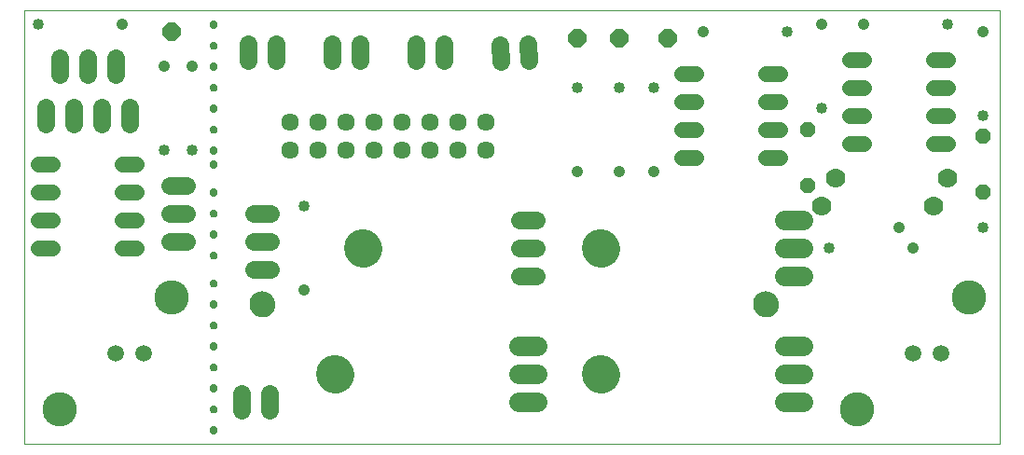
<source format=gts>
G75*
%MOIN*%
%OFA0B0*%
%FSLAX25Y25*%
%IPPOS*%
%LPD*%
%AMOC8*
5,1,8,0,0,1.08239X$1,22.5*
%
%ADD10C,0.00000*%
%ADD11C,0.09061*%
%ADD12C,0.02762*%
%ADD13C,0.05904*%
%ADD14C,0.12270*%
%ADD15C,0.05600*%
%ADD16C,0.06400*%
%ADD17C,0.13400*%
%ADD18C,0.06337*%
%ADD19C,0.07000*%
%ADD20OC8,0.05600*%
%ADD21C,0.07000*%
%ADD22OC8,0.06400*%
%ADD23C,0.04000*%
%ADD24C,0.04123*%
D10*
X0001600Y0001800D02*
X0001600Y0156761D01*
X0350301Y0156761D01*
X0350301Y0001800D01*
X0001600Y0001800D01*
X0067919Y0006800D02*
X0067921Y0006869D01*
X0067927Y0006937D01*
X0067937Y0007005D01*
X0067951Y0007072D01*
X0067969Y0007139D01*
X0067990Y0007204D01*
X0068016Y0007268D01*
X0068045Y0007330D01*
X0068077Y0007390D01*
X0068113Y0007449D01*
X0068153Y0007505D01*
X0068195Y0007559D01*
X0068241Y0007610D01*
X0068290Y0007659D01*
X0068341Y0007705D01*
X0068395Y0007747D01*
X0068451Y0007787D01*
X0068509Y0007823D01*
X0068570Y0007855D01*
X0068632Y0007884D01*
X0068696Y0007910D01*
X0068761Y0007931D01*
X0068828Y0007949D01*
X0068895Y0007963D01*
X0068963Y0007973D01*
X0069031Y0007979D01*
X0069100Y0007981D01*
X0069169Y0007979D01*
X0069237Y0007973D01*
X0069305Y0007963D01*
X0069372Y0007949D01*
X0069439Y0007931D01*
X0069504Y0007910D01*
X0069568Y0007884D01*
X0069630Y0007855D01*
X0069690Y0007823D01*
X0069749Y0007787D01*
X0069805Y0007747D01*
X0069859Y0007705D01*
X0069910Y0007659D01*
X0069959Y0007610D01*
X0070005Y0007559D01*
X0070047Y0007505D01*
X0070087Y0007449D01*
X0070123Y0007390D01*
X0070155Y0007330D01*
X0070184Y0007268D01*
X0070210Y0007204D01*
X0070231Y0007139D01*
X0070249Y0007072D01*
X0070263Y0007005D01*
X0070273Y0006937D01*
X0070279Y0006869D01*
X0070281Y0006800D01*
X0070279Y0006731D01*
X0070273Y0006663D01*
X0070263Y0006595D01*
X0070249Y0006528D01*
X0070231Y0006461D01*
X0070210Y0006396D01*
X0070184Y0006332D01*
X0070155Y0006270D01*
X0070123Y0006209D01*
X0070087Y0006151D01*
X0070047Y0006095D01*
X0070005Y0006041D01*
X0069959Y0005990D01*
X0069910Y0005941D01*
X0069859Y0005895D01*
X0069805Y0005853D01*
X0069749Y0005813D01*
X0069691Y0005777D01*
X0069630Y0005745D01*
X0069568Y0005716D01*
X0069504Y0005690D01*
X0069439Y0005669D01*
X0069372Y0005651D01*
X0069305Y0005637D01*
X0069237Y0005627D01*
X0069169Y0005621D01*
X0069100Y0005619D01*
X0069031Y0005621D01*
X0068963Y0005627D01*
X0068895Y0005637D01*
X0068828Y0005651D01*
X0068761Y0005669D01*
X0068696Y0005690D01*
X0068632Y0005716D01*
X0068570Y0005745D01*
X0068509Y0005777D01*
X0068451Y0005813D01*
X0068395Y0005853D01*
X0068341Y0005895D01*
X0068290Y0005941D01*
X0068241Y0005990D01*
X0068195Y0006041D01*
X0068153Y0006095D01*
X0068113Y0006151D01*
X0068077Y0006209D01*
X0068045Y0006270D01*
X0068016Y0006332D01*
X0067990Y0006396D01*
X0067969Y0006461D01*
X0067951Y0006528D01*
X0067937Y0006595D01*
X0067927Y0006663D01*
X0067921Y0006731D01*
X0067919Y0006800D01*
X0067919Y0014300D02*
X0067921Y0014369D01*
X0067927Y0014437D01*
X0067937Y0014505D01*
X0067951Y0014572D01*
X0067969Y0014639D01*
X0067990Y0014704D01*
X0068016Y0014768D01*
X0068045Y0014830D01*
X0068077Y0014890D01*
X0068113Y0014949D01*
X0068153Y0015005D01*
X0068195Y0015059D01*
X0068241Y0015110D01*
X0068290Y0015159D01*
X0068341Y0015205D01*
X0068395Y0015247D01*
X0068451Y0015287D01*
X0068509Y0015323D01*
X0068570Y0015355D01*
X0068632Y0015384D01*
X0068696Y0015410D01*
X0068761Y0015431D01*
X0068828Y0015449D01*
X0068895Y0015463D01*
X0068963Y0015473D01*
X0069031Y0015479D01*
X0069100Y0015481D01*
X0069169Y0015479D01*
X0069237Y0015473D01*
X0069305Y0015463D01*
X0069372Y0015449D01*
X0069439Y0015431D01*
X0069504Y0015410D01*
X0069568Y0015384D01*
X0069630Y0015355D01*
X0069690Y0015323D01*
X0069749Y0015287D01*
X0069805Y0015247D01*
X0069859Y0015205D01*
X0069910Y0015159D01*
X0069959Y0015110D01*
X0070005Y0015059D01*
X0070047Y0015005D01*
X0070087Y0014949D01*
X0070123Y0014890D01*
X0070155Y0014830D01*
X0070184Y0014768D01*
X0070210Y0014704D01*
X0070231Y0014639D01*
X0070249Y0014572D01*
X0070263Y0014505D01*
X0070273Y0014437D01*
X0070279Y0014369D01*
X0070281Y0014300D01*
X0070279Y0014231D01*
X0070273Y0014163D01*
X0070263Y0014095D01*
X0070249Y0014028D01*
X0070231Y0013961D01*
X0070210Y0013896D01*
X0070184Y0013832D01*
X0070155Y0013770D01*
X0070123Y0013709D01*
X0070087Y0013651D01*
X0070047Y0013595D01*
X0070005Y0013541D01*
X0069959Y0013490D01*
X0069910Y0013441D01*
X0069859Y0013395D01*
X0069805Y0013353D01*
X0069749Y0013313D01*
X0069691Y0013277D01*
X0069630Y0013245D01*
X0069568Y0013216D01*
X0069504Y0013190D01*
X0069439Y0013169D01*
X0069372Y0013151D01*
X0069305Y0013137D01*
X0069237Y0013127D01*
X0069169Y0013121D01*
X0069100Y0013119D01*
X0069031Y0013121D01*
X0068963Y0013127D01*
X0068895Y0013137D01*
X0068828Y0013151D01*
X0068761Y0013169D01*
X0068696Y0013190D01*
X0068632Y0013216D01*
X0068570Y0013245D01*
X0068509Y0013277D01*
X0068451Y0013313D01*
X0068395Y0013353D01*
X0068341Y0013395D01*
X0068290Y0013441D01*
X0068241Y0013490D01*
X0068195Y0013541D01*
X0068153Y0013595D01*
X0068113Y0013651D01*
X0068077Y0013709D01*
X0068045Y0013770D01*
X0068016Y0013832D01*
X0067990Y0013896D01*
X0067969Y0013961D01*
X0067951Y0014028D01*
X0067937Y0014095D01*
X0067927Y0014163D01*
X0067921Y0014231D01*
X0067919Y0014300D01*
X0067919Y0021800D02*
X0067921Y0021869D01*
X0067927Y0021937D01*
X0067937Y0022005D01*
X0067951Y0022072D01*
X0067969Y0022139D01*
X0067990Y0022204D01*
X0068016Y0022268D01*
X0068045Y0022330D01*
X0068077Y0022390D01*
X0068113Y0022449D01*
X0068153Y0022505D01*
X0068195Y0022559D01*
X0068241Y0022610D01*
X0068290Y0022659D01*
X0068341Y0022705D01*
X0068395Y0022747D01*
X0068451Y0022787D01*
X0068509Y0022823D01*
X0068570Y0022855D01*
X0068632Y0022884D01*
X0068696Y0022910D01*
X0068761Y0022931D01*
X0068828Y0022949D01*
X0068895Y0022963D01*
X0068963Y0022973D01*
X0069031Y0022979D01*
X0069100Y0022981D01*
X0069169Y0022979D01*
X0069237Y0022973D01*
X0069305Y0022963D01*
X0069372Y0022949D01*
X0069439Y0022931D01*
X0069504Y0022910D01*
X0069568Y0022884D01*
X0069630Y0022855D01*
X0069690Y0022823D01*
X0069749Y0022787D01*
X0069805Y0022747D01*
X0069859Y0022705D01*
X0069910Y0022659D01*
X0069959Y0022610D01*
X0070005Y0022559D01*
X0070047Y0022505D01*
X0070087Y0022449D01*
X0070123Y0022390D01*
X0070155Y0022330D01*
X0070184Y0022268D01*
X0070210Y0022204D01*
X0070231Y0022139D01*
X0070249Y0022072D01*
X0070263Y0022005D01*
X0070273Y0021937D01*
X0070279Y0021869D01*
X0070281Y0021800D01*
X0070279Y0021731D01*
X0070273Y0021663D01*
X0070263Y0021595D01*
X0070249Y0021528D01*
X0070231Y0021461D01*
X0070210Y0021396D01*
X0070184Y0021332D01*
X0070155Y0021270D01*
X0070123Y0021209D01*
X0070087Y0021151D01*
X0070047Y0021095D01*
X0070005Y0021041D01*
X0069959Y0020990D01*
X0069910Y0020941D01*
X0069859Y0020895D01*
X0069805Y0020853D01*
X0069749Y0020813D01*
X0069691Y0020777D01*
X0069630Y0020745D01*
X0069568Y0020716D01*
X0069504Y0020690D01*
X0069439Y0020669D01*
X0069372Y0020651D01*
X0069305Y0020637D01*
X0069237Y0020627D01*
X0069169Y0020621D01*
X0069100Y0020619D01*
X0069031Y0020621D01*
X0068963Y0020627D01*
X0068895Y0020637D01*
X0068828Y0020651D01*
X0068761Y0020669D01*
X0068696Y0020690D01*
X0068632Y0020716D01*
X0068570Y0020745D01*
X0068509Y0020777D01*
X0068451Y0020813D01*
X0068395Y0020853D01*
X0068341Y0020895D01*
X0068290Y0020941D01*
X0068241Y0020990D01*
X0068195Y0021041D01*
X0068153Y0021095D01*
X0068113Y0021151D01*
X0068077Y0021209D01*
X0068045Y0021270D01*
X0068016Y0021332D01*
X0067990Y0021396D01*
X0067969Y0021461D01*
X0067951Y0021528D01*
X0067937Y0021595D01*
X0067927Y0021663D01*
X0067921Y0021731D01*
X0067919Y0021800D01*
X0067919Y0029300D02*
X0067921Y0029369D01*
X0067927Y0029437D01*
X0067937Y0029505D01*
X0067951Y0029572D01*
X0067969Y0029639D01*
X0067990Y0029704D01*
X0068016Y0029768D01*
X0068045Y0029830D01*
X0068077Y0029890D01*
X0068113Y0029949D01*
X0068153Y0030005D01*
X0068195Y0030059D01*
X0068241Y0030110D01*
X0068290Y0030159D01*
X0068341Y0030205D01*
X0068395Y0030247D01*
X0068451Y0030287D01*
X0068509Y0030323D01*
X0068570Y0030355D01*
X0068632Y0030384D01*
X0068696Y0030410D01*
X0068761Y0030431D01*
X0068828Y0030449D01*
X0068895Y0030463D01*
X0068963Y0030473D01*
X0069031Y0030479D01*
X0069100Y0030481D01*
X0069169Y0030479D01*
X0069237Y0030473D01*
X0069305Y0030463D01*
X0069372Y0030449D01*
X0069439Y0030431D01*
X0069504Y0030410D01*
X0069568Y0030384D01*
X0069630Y0030355D01*
X0069690Y0030323D01*
X0069749Y0030287D01*
X0069805Y0030247D01*
X0069859Y0030205D01*
X0069910Y0030159D01*
X0069959Y0030110D01*
X0070005Y0030059D01*
X0070047Y0030005D01*
X0070087Y0029949D01*
X0070123Y0029890D01*
X0070155Y0029830D01*
X0070184Y0029768D01*
X0070210Y0029704D01*
X0070231Y0029639D01*
X0070249Y0029572D01*
X0070263Y0029505D01*
X0070273Y0029437D01*
X0070279Y0029369D01*
X0070281Y0029300D01*
X0070279Y0029231D01*
X0070273Y0029163D01*
X0070263Y0029095D01*
X0070249Y0029028D01*
X0070231Y0028961D01*
X0070210Y0028896D01*
X0070184Y0028832D01*
X0070155Y0028770D01*
X0070123Y0028709D01*
X0070087Y0028651D01*
X0070047Y0028595D01*
X0070005Y0028541D01*
X0069959Y0028490D01*
X0069910Y0028441D01*
X0069859Y0028395D01*
X0069805Y0028353D01*
X0069749Y0028313D01*
X0069691Y0028277D01*
X0069630Y0028245D01*
X0069568Y0028216D01*
X0069504Y0028190D01*
X0069439Y0028169D01*
X0069372Y0028151D01*
X0069305Y0028137D01*
X0069237Y0028127D01*
X0069169Y0028121D01*
X0069100Y0028119D01*
X0069031Y0028121D01*
X0068963Y0028127D01*
X0068895Y0028137D01*
X0068828Y0028151D01*
X0068761Y0028169D01*
X0068696Y0028190D01*
X0068632Y0028216D01*
X0068570Y0028245D01*
X0068509Y0028277D01*
X0068451Y0028313D01*
X0068395Y0028353D01*
X0068341Y0028395D01*
X0068290Y0028441D01*
X0068241Y0028490D01*
X0068195Y0028541D01*
X0068153Y0028595D01*
X0068113Y0028651D01*
X0068077Y0028709D01*
X0068045Y0028770D01*
X0068016Y0028832D01*
X0067990Y0028896D01*
X0067969Y0028961D01*
X0067951Y0029028D01*
X0067937Y0029095D01*
X0067927Y0029163D01*
X0067921Y0029231D01*
X0067919Y0029300D01*
X0067919Y0036800D02*
X0067921Y0036869D01*
X0067927Y0036937D01*
X0067937Y0037005D01*
X0067951Y0037072D01*
X0067969Y0037139D01*
X0067990Y0037204D01*
X0068016Y0037268D01*
X0068045Y0037330D01*
X0068077Y0037390D01*
X0068113Y0037449D01*
X0068153Y0037505D01*
X0068195Y0037559D01*
X0068241Y0037610D01*
X0068290Y0037659D01*
X0068341Y0037705D01*
X0068395Y0037747D01*
X0068451Y0037787D01*
X0068509Y0037823D01*
X0068570Y0037855D01*
X0068632Y0037884D01*
X0068696Y0037910D01*
X0068761Y0037931D01*
X0068828Y0037949D01*
X0068895Y0037963D01*
X0068963Y0037973D01*
X0069031Y0037979D01*
X0069100Y0037981D01*
X0069169Y0037979D01*
X0069237Y0037973D01*
X0069305Y0037963D01*
X0069372Y0037949D01*
X0069439Y0037931D01*
X0069504Y0037910D01*
X0069568Y0037884D01*
X0069630Y0037855D01*
X0069690Y0037823D01*
X0069749Y0037787D01*
X0069805Y0037747D01*
X0069859Y0037705D01*
X0069910Y0037659D01*
X0069959Y0037610D01*
X0070005Y0037559D01*
X0070047Y0037505D01*
X0070087Y0037449D01*
X0070123Y0037390D01*
X0070155Y0037330D01*
X0070184Y0037268D01*
X0070210Y0037204D01*
X0070231Y0037139D01*
X0070249Y0037072D01*
X0070263Y0037005D01*
X0070273Y0036937D01*
X0070279Y0036869D01*
X0070281Y0036800D01*
X0070279Y0036731D01*
X0070273Y0036663D01*
X0070263Y0036595D01*
X0070249Y0036528D01*
X0070231Y0036461D01*
X0070210Y0036396D01*
X0070184Y0036332D01*
X0070155Y0036270D01*
X0070123Y0036209D01*
X0070087Y0036151D01*
X0070047Y0036095D01*
X0070005Y0036041D01*
X0069959Y0035990D01*
X0069910Y0035941D01*
X0069859Y0035895D01*
X0069805Y0035853D01*
X0069749Y0035813D01*
X0069691Y0035777D01*
X0069630Y0035745D01*
X0069568Y0035716D01*
X0069504Y0035690D01*
X0069439Y0035669D01*
X0069372Y0035651D01*
X0069305Y0035637D01*
X0069237Y0035627D01*
X0069169Y0035621D01*
X0069100Y0035619D01*
X0069031Y0035621D01*
X0068963Y0035627D01*
X0068895Y0035637D01*
X0068828Y0035651D01*
X0068761Y0035669D01*
X0068696Y0035690D01*
X0068632Y0035716D01*
X0068570Y0035745D01*
X0068509Y0035777D01*
X0068451Y0035813D01*
X0068395Y0035853D01*
X0068341Y0035895D01*
X0068290Y0035941D01*
X0068241Y0035990D01*
X0068195Y0036041D01*
X0068153Y0036095D01*
X0068113Y0036151D01*
X0068077Y0036209D01*
X0068045Y0036270D01*
X0068016Y0036332D01*
X0067990Y0036396D01*
X0067969Y0036461D01*
X0067951Y0036528D01*
X0067937Y0036595D01*
X0067927Y0036663D01*
X0067921Y0036731D01*
X0067919Y0036800D01*
X0067919Y0044300D02*
X0067921Y0044369D01*
X0067927Y0044437D01*
X0067937Y0044505D01*
X0067951Y0044572D01*
X0067969Y0044639D01*
X0067990Y0044704D01*
X0068016Y0044768D01*
X0068045Y0044830D01*
X0068077Y0044890D01*
X0068113Y0044949D01*
X0068153Y0045005D01*
X0068195Y0045059D01*
X0068241Y0045110D01*
X0068290Y0045159D01*
X0068341Y0045205D01*
X0068395Y0045247D01*
X0068451Y0045287D01*
X0068509Y0045323D01*
X0068570Y0045355D01*
X0068632Y0045384D01*
X0068696Y0045410D01*
X0068761Y0045431D01*
X0068828Y0045449D01*
X0068895Y0045463D01*
X0068963Y0045473D01*
X0069031Y0045479D01*
X0069100Y0045481D01*
X0069169Y0045479D01*
X0069237Y0045473D01*
X0069305Y0045463D01*
X0069372Y0045449D01*
X0069439Y0045431D01*
X0069504Y0045410D01*
X0069568Y0045384D01*
X0069630Y0045355D01*
X0069690Y0045323D01*
X0069749Y0045287D01*
X0069805Y0045247D01*
X0069859Y0045205D01*
X0069910Y0045159D01*
X0069959Y0045110D01*
X0070005Y0045059D01*
X0070047Y0045005D01*
X0070087Y0044949D01*
X0070123Y0044890D01*
X0070155Y0044830D01*
X0070184Y0044768D01*
X0070210Y0044704D01*
X0070231Y0044639D01*
X0070249Y0044572D01*
X0070263Y0044505D01*
X0070273Y0044437D01*
X0070279Y0044369D01*
X0070281Y0044300D01*
X0070279Y0044231D01*
X0070273Y0044163D01*
X0070263Y0044095D01*
X0070249Y0044028D01*
X0070231Y0043961D01*
X0070210Y0043896D01*
X0070184Y0043832D01*
X0070155Y0043770D01*
X0070123Y0043709D01*
X0070087Y0043651D01*
X0070047Y0043595D01*
X0070005Y0043541D01*
X0069959Y0043490D01*
X0069910Y0043441D01*
X0069859Y0043395D01*
X0069805Y0043353D01*
X0069749Y0043313D01*
X0069691Y0043277D01*
X0069630Y0043245D01*
X0069568Y0043216D01*
X0069504Y0043190D01*
X0069439Y0043169D01*
X0069372Y0043151D01*
X0069305Y0043137D01*
X0069237Y0043127D01*
X0069169Y0043121D01*
X0069100Y0043119D01*
X0069031Y0043121D01*
X0068963Y0043127D01*
X0068895Y0043137D01*
X0068828Y0043151D01*
X0068761Y0043169D01*
X0068696Y0043190D01*
X0068632Y0043216D01*
X0068570Y0043245D01*
X0068509Y0043277D01*
X0068451Y0043313D01*
X0068395Y0043353D01*
X0068341Y0043395D01*
X0068290Y0043441D01*
X0068241Y0043490D01*
X0068195Y0043541D01*
X0068153Y0043595D01*
X0068113Y0043651D01*
X0068077Y0043709D01*
X0068045Y0043770D01*
X0068016Y0043832D01*
X0067990Y0043896D01*
X0067969Y0043961D01*
X0067951Y0044028D01*
X0067937Y0044095D01*
X0067927Y0044163D01*
X0067921Y0044231D01*
X0067919Y0044300D01*
X0067919Y0051800D02*
X0067921Y0051869D01*
X0067927Y0051937D01*
X0067937Y0052005D01*
X0067951Y0052072D01*
X0067969Y0052139D01*
X0067990Y0052204D01*
X0068016Y0052268D01*
X0068045Y0052330D01*
X0068077Y0052390D01*
X0068113Y0052449D01*
X0068153Y0052505D01*
X0068195Y0052559D01*
X0068241Y0052610D01*
X0068290Y0052659D01*
X0068341Y0052705D01*
X0068395Y0052747D01*
X0068451Y0052787D01*
X0068509Y0052823D01*
X0068570Y0052855D01*
X0068632Y0052884D01*
X0068696Y0052910D01*
X0068761Y0052931D01*
X0068828Y0052949D01*
X0068895Y0052963D01*
X0068963Y0052973D01*
X0069031Y0052979D01*
X0069100Y0052981D01*
X0069169Y0052979D01*
X0069237Y0052973D01*
X0069305Y0052963D01*
X0069372Y0052949D01*
X0069439Y0052931D01*
X0069504Y0052910D01*
X0069568Y0052884D01*
X0069630Y0052855D01*
X0069690Y0052823D01*
X0069749Y0052787D01*
X0069805Y0052747D01*
X0069859Y0052705D01*
X0069910Y0052659D01*
X0069959Y0052610D01*
X0070005Y0052559D01*
X0070047Y0052505D01*
X0070087Y0052449D01*
X0070123Y0052390D01*
X0070155Y0052330D01*
X0070184Y0052268D01*
X0070210Y0052204D01*
X0070231Y0052139D01*
X0070249Y0052072D01*
X0070263Y0052005D01*
X0070273Y0051937D01*
X0070279Y0051869D01*
X0070281Y0051800D01*
X0070279Y0051731D01*
X0070273Y0051663D01*
X0070263Y0051595D01*
X0070249Y0051528D01*
X0070231Y0051461D01*
X0070210Y0051396D01*
X0070184Y0051332D01*
X0070155Y0051270D01*
X0070123Y0051209D01*
X0070087Y0051151D01*
X0070047Y0051095D01*
X0070005Y0051041D01*
X0069959Y0050990D01*
X0069910Y0050941D01*
X0069859Y0050895D01*
X0069805Y0050853D01*
X0069749Y0050813D01*
X0069691Y0050777D01*
X0069630Y0050745D01*
X0069568Y0050716D01*
X0069504Y0050690D01*
X0069439Y0050669D01*
X0069372Y0050651D01*
X0069305Y0050637D01*
X0069237Y0050627D01*
X0069169Y0050621D01*
X0069100Y0050619D01*
X0069031Y0050621D01*
X0068963Y0050627D01*
X0068895Y0050637D01*
X0068828Y0050651D01*
X0068761Y0050669D01*
X0068696Y0050690D01*
X0068632Y0050716D01*
X0068570Y0050745D01*
X0068509Y0050777D01*
X0068451Y0050813D01*
X0068395Y0050853D01*
X0068341Y0050895D01*
X0068290Y0050941D01*
X0068241Y0050990D01*
X0068195Y0051041D01*
X0068153Y0051095D01*
X0068113Y0051151D01*
X0068077Y0051209D01*
X0068045Y0051270D01*
X0068016Y0051332D01*
X0067990Y0051396D01*
X0067969Y0051461D01*
X0067951Y0051528D01*
X0067937Y0051595D01*
X0067927Y0051663D01*
X0067921Y0051731D01*
X0067919Y0051800D01*
X0067919Y0059300D02*
X0067921Y0059369D01*
X0067927Y0059437D01*
X0067937Y0059505D01*
X0067951Y0059572D01*
X0067969Y0059639D01*
X0067990Y0059704D01*
X0068016Y0059768D01*
X0068045Y0059830D01*
X0068077Y0059890D01*
X0068113Y0059949D01*
X0068153Y0060005D01*
X0068195Y0060059D01*
X0068241Y0060110D01*
X0068290Y0060159D01*
X0068341Y0060205D01*
X0068395Y0060247D01*
X0068451Y0060287D01*
X0068509Y0060323D01*
X0068570Y0060355D01*
X0068632Y0060384D01*
X0068696Y0060410D01*
X0068761Y0060431D01*
X0068828Y0060449D01*
X0068895Y0060463D01*
X0068963Y0060473D01*
X0069031Y0060479D01*
X0069100Y0060481D01*
X0069169Y0060479D01*
X0069237Y0060473D01*
X0069305Y0060463D01*
X0069372Y0060449D01*
X0069439Y0060431D01*
X0069504Y0060410D01*
X0069568Y0060384D01*
X0069630Y0060355D01*
X0069690Y0060323D01*
X0069749Y0060287D01*
X0069805Y0060247D01*
X0069859Y0060205D01*
X0069910Y0060159D01*
X0069959Y0060110D01*
X0070005Y0060059D01*
X0070047Y0060005D01*
X0070087Y0059949D01*
X0070123Y0059890D01*
X0070155Y0059830D01*
X0070184Y0059768D01*
X0070210Y0059704D01*
X0070231Y0059639D01*
X0070249Y0059572D01*
X0070263Y0059505D01*
X0070273Y0059437D01*
X0070279Y0059369D01*
X0070281Y0059300D01*
X0070279Y0059231D01*
X0070273Y0059163D01*
X0070263Y0059095D01*
X0070249Y0059028D01*
X0070231Y0058961D01*
X0070210Y0058896D01*
X0070184Y0058832D01*
X0070155Y0058770D01*
X0070123Y0058709D01*
X0070087Y0058651D01*
X0070047Y0058595D01*
X0070005Y0058541D01*
X0069959Y0058490D01*
X0069910Y0058441D01*
X0069859Y0058395D01*
X0069805Y0058353D01*
X0069749Y0058313D01*
X0069691Y0058277D01*
X0069630Y0058245D01*
X0069568Y0058216D01*
X0069504Y0058190D01*
X0069439Y0058169D01*
X0069372Y0058151D01*
X0069305Y0058137D01*
X0069237Y0058127D01*
X0069169Y0058121D01*
X0069100Y0058119D01*
X0069031Y0058121D01*
X0068963Y0058127D01*
X0068895Y0058137D01*
X0068828Y0058151D01*
X0068761Y0058169D01*
X0068696Y0058190D01*
X0068632Y0058216D01*
X0068570Y0058245D01*
X0068509Y0058277D01*
X0068451Y0058313D01*
X0068395Y0058353D01*
X0068341Y0058395D01*
X0068290Y0058441D01*
X0068241Y0058490D01*
X0068195Y0058541D01*
X0068153Y0058595D01*
X0068113Y0058651D01*
X0068077Y0058709D01*
X0068045Y0058770D01*
X0068016Y0058832D01*
X0067990Y0058896D01*
X0067969Y0058961D01*
X0067951Y0059028D01*
X0067937Y0059095D01*
X0067927Y0059163D01*
X0067921Y0059231D01*
X0067919Y0059300D01*
X0082269Y0051800D02*
X0082271Y0051931D01*
X0082277Y0052063D01*
X0082287Y0052194D01*
X0082301Y0052325D01*
X0082319Y0052455D01*
X0082341Y0052584D01*
X0082366Y0052713D01*
X0082396Y0052841D01*
X0082430Y0052968D01*
X0082467Y0053095D01*
X0082508Y0053219D01*
X0082553Y0053343D01*
X0082602Y0053465D01*
X0082654Y0053586D01*
X0082710Y0053704D01*
X0082770Y0053822D01*
X0082833Y0053937D01*
X0082900Y0054050D01*
X0082970Y0054162D01*
X0083043Y0054271D01*
X0083119Y0054377D01*
X0083199Y0054482D01*
X0083282Y0054584D01*
X0083368Y0054683D01*
X0083457Y0054780D01*
X0083549Y0054874D01*
X0083644Y0054965D01*
X0083741Y0055054D01*
X0083841Y0055139D01*
X0083944Y0055221D01*
X0084049Y0055300D01*
X0084156Y0055376D01*
X0084266Y0055448D01*
X0084378Y0055517D01*
X0084492Y0055583D01*
X0084607Y0055645D01*
X0084725Y0055704D01*
X0084844Y0055759D01*
X0084965Y0055811D01*
X0085088Y0055858D01*
X0085212Y0055902D01*
X0085337Y0055943D01*
X0085463Y0055979D01*
X0085591Y0056012D01*
X0085719Y0056040D01*
X0085848Y0056065D01*
X0085978Y0056086D01*
X0086108Y0056103D01*
X0086239Y0056116D01*
X0086370Y0056125D01*
X0086501Y0056130D01*
X0086633Y0056131D01*
X0086764Y0056128D01*
X0086896Y0056121D01*
X0087027Y0056110D01*
X0087157Y0056095D01*
X0087287Y0056076D01*
X0087417Y0056053D01*
X0087545Y0056027D01*
X0087673Y0055996D01*
X0087800Y0055961D01*
X0087926Y0055923D01*
X0088050Y0055881D01*
X0088174Y0055835D01*
X0088295Y0055785D01*
X0088415Y0055732D01*
X0088534Y0055675D01*
X0088651Y0055615D01*
X0088765Y0055551D01*
X0088878Y0055483D01*
X0088989Y0055412D01*
X0089098Y0055338D01*
X0089204Y0055261D01*
X0089308Y0055180D01*
X0089409Y0055097D01*
X0089508Y0055010D01*
X0089604Y0054920D01*
X0089697Y0054827D01*
X0089788Y0054732D01*
X0089875Y0054634D01*
X0089960Y0054533D01*
X0090041Y0054430D01*
X0090119Y0054324D01*
X0090194Y0054216D01*
X0090266Y0054106D01*
X0090334Y0053994D01*
X0090399Y0053880D01*
X0090460Y0053763D01*
X0090518Y0053645D01*
X0090572Y0053525D01*
X0090623Y0053404D01*
X0090670Y0053281D01*
X0090713Y0053157D01*
X0090752Y0053032D01*
X0090788Y0052905D01*
X0090819Y0052777D01*
X0090847Y0052649D01*
X0090871Y0052520D01*
X0090891Y0052390D01*
X0090907Y0052259D01*
X0090919Y0052128D01*
X0090927Y0051997D01*
X0090931Y0051866D01*
X0090931Y0051734D01*
X0090927Y0051603D01*
X0090919Y0051472D01*
X0090907Y0051341D01*
X0090891Y0051210D01*
X0090871Y0051080D01*
X0090847Y0050951D01*
X0090819Y0050823D01*
X0090788Y0050695D01*
X0090752Y0050568D01*
X0090713Y0050443D01*
X0090670Y0050319D01*
X0090623Y0050196D01*
X0090572Y0050075D01*
X0090518Y0049955D01*
X0090460Y0049837D01*
X0090399Y0049720D01*
X0090334Y0049606D01*
X0090266Y0049494D01*
X0090194Y0049384D01*
X0090119Y0049276D01*
X0090041Y0049170D01*
X0089960Y0049067D01*
X0089875Y0048966D01*
X0089788Y0048868D01*
X0089697Y0048773D01*
X0089604Y0048680D01*
X0089508Y0048590D01*
X0089409Y0048503D01*
X0089308Y0048420D01*
X0089204Y0048339D01*
X0089098Y0048262D01*
X0088989Y0048188D01*
X0088878Y0048117D01*
X0088766Y0048049D01*
X0088651Y0047985D01*
X0088534Y0047925D01*
X0088415Y0047868D01*
X0088295Y0047815D01*
X0088174Y0047765D01*
X0088050Y0047719D01*
X0087926Y0047677D01*
X0087800Y0047639D01*
X0087673Y0047604D01*
X0087545Y0047573D01*
X0087417Y0047547D01*
X0087287Y0047524D01*
X0087157Y0047505D01*
X0087027Y0047490D01*
X0086896Y0047479D01*
X0086764Y0047472D01*
X0086633Y0047469D01*
X0086501Y0047470D01*
X0086370Y0047475D01*
X0086239Y0047484D01*
X0086108Y0047497D01*
X0085978Y0047514D01*
X0085848Y0047535D01*
X0085719Y0047560D01*
X0085591Y0047588D01*
X0085463Y0047621D01*
X0085337Y0047657D01*
X0085212Y0047698D01*
X0085088Y0047742D01*
X0084965Y0047789D01*
X0084844Y0047841D01*
X0084725Y0047896D01*
X0084607Y0047955D01*
X0084492Y0048017D01*
X0084378Y0048083D01*
X0084266Y0048152D01*
X0084156Y0048224D01*
X0084049Y0048300D01*
X0083944Y0048379D01*
X0083841Y0048461D01*
X0083741Y0048546D01*
X0083644Y0048635D01*
X0083549Y0048726D01*
X0083457Y0048820D01*
X0083368Y0048917D01*
X0083282Y0049016D01*
X0083199Y0049118D01*
X0083119Y0049223D01*
X0083043Y0049329D01*
X0082970Y0049438D01*
X0082900Y0049550D01*
X0082833Y0049663D01*
X0082770Y0049778D01*
X0082710Y0049896D01*
X0082654Y0050014D01*
X0082602Y0050135D01*
X0082553Y0050257D01*
X0082508Y0050381D01*
X0082467Y0050505D01*
X0082430Y0050632D01*
X0082396Y0050759D01*
X0082366Y0050887D01*
X0082341Y0051016D01*
X0082319Y0051145D01*
X0082301Y0051275D01*
X0082287Y0051406D01*
X0082277Y0051537D01*
X0082271Y0051669D01*
X0082269Y0051800D01*
X0067919Y0069300D02*
X0067921Y0069369D01*
X0067927Y0069437D01*
X0067937Y0069505D01*
X0067951Y0069572D01*
X0067969Y0069639D01*
X0067990Y0069704D01*
X0068016Y0069768D01*
X0068045Y0069830D01*
X0068077Y0069890D01*
X0068113Y0069949D01*
X0068153Y0070005D01*
X0068195Y0070059D01*
X0068241Y0070110D01*
X0068290Y0070159D01*
X0068341Y0070205D01*
X0068395Y0070247D01*
X0068451Y0070287D01*
X0068509Y0070323D01*
X0068570Y0070355D01*
X0068632Y0070384D01*
X0068696Y0070410D01*
X0068761Y0070431D01*
X0068828Y0070449D01*
X0068895Y0070463D01*
X0068963Y0070473D01*
X0069031Y0070479D01*
X0069100Y0070481D01*
X0069169Y0070479D01*
X0069237Y0070473D01*
X0069305Y0070463D01*
X0069372Y0070449D01*
X0069439Y0070431D01*
X0069504Y0070410D01*
X0069568Y0070384D01*
X0069630Y0070355D01*
X0069690Y0070323D01*
X0069749Y0070287D01*
X0069805Y0070247D01*
X0069859Y0070205D01*
X0069910Y0070159D01*
X0069959Y0070110D01*
X0070005Y0070059D01*
X0070047Y0070005D01*
X0070087Y0069949D01*
X0070123Y0069890D01*
X0070155Y0069830D01*
X0070184Y0069768D01*
X0070210Y0069704D01*
X0070231Y0069639D01*
X0070249Y0069572D01*
X0070263Y0069505D01*
X0070273Y0069437D01*
X0070279Y0069369D01*
X0070281Y0069300D01*
X0070279Y0069231D01*
X0070273Y0069163D01*
X0070263Y0069095D01*
X0070249Y0069028D01*
X0070231Y0068961D01*
X0070210Y0068896D01*
X0070184Y0068832D01*
X0070155Y0068770D01*
X0070123Y0068709D01*
X0070087Y0068651D01*
X0070047Y0068595D01*
X0070005Y0068541D01*
X0069959Y0068490D01*
X0069910Y0068441D01*
X0069859Y0068395D01*
X0069805Y0068353D01*
X0069749Y0068313D01*
X0069691Y0068277D01*
X0069630Y0068245D01*
X0069568Y0068216D01*
X0069504Y0068190D01*
X0069439Y0068169D01*
X0069372Y0068151D01*
X0069305Y0068137D01*
X0069237Y0068127D01*
X0069169Y0068121D01*
X0069100Y0068119D01*
X0069031Y0068121D01*
X0068963Y0068127D01*
X0068895Y0068137D01*
X0068828Y0068151D01*
X0068761Y0068169D01*
X0068696Y0068190D01*
X0068632Y0068216D01*
X0068570Y0068245D01*
X0068509Y0068277D01*
X0068451Y0068313D01*
X0068395Y0068353D01*
X0068341Y0068395D01*
X0068290Y0068441D01*
X0068241Y0068490D01*
X0068195Y0068541D01*
X0068153Y0068595D01*
X0068113Y0068651D01*
X0068077Y0068709D01*
X0068045Y0068770D01*
X0068016Y0068832D01*
X0067990Y0068896D01*
X0067969Y0068961D01*
X0067951Y0069028D01*
X0067937Y0069095D01*
X0067927Y0069163D01*
X0067921Y0069231D01*
X0067919Y0069300D01*
X0067919Y0076800D02*
X0067921Y0076869D01*
X0067927Y0076937D01*
X0067937Y0077005D01*
X0067951Y0077072D01*
X0067969Y0077139D01*
X0067990Y0077204D01*
X0068016Y0077268D01*
X0068045Y0077330D01*
X0068077Y0077390D01*
X0068113Y0077449D01*
X0068153Y0077505D01*
X0068195Y0077559D01*
X0068241Y0077610D01*
X0068290Y0077659D01*
X0068341Y0077705D01*
X0068395Y0077747D01*
X0068451Y0077787D01*
X0068509Y0077823D01*
X0068570Y0077855D01*
X0068632Y0077884D01*
X0068696Y0077910D01*
X0068761Y0077931D01*
X0068828Y0077949D01*
X0068895Y0077963D01*
X0068963Y0077973D01*
X0069031Y0077979D01*
X0069100Y0077981D01*
X0069169Y0077979D01*
X0069237Y0077973D01*
X0069305Y0077963D01*
X0069372Y0077949D01*
X0069439Y0077931D01*
X0069504Y0077910D01*
X0069568Y0077884D01*
X0069630Y0077855D01*
X0069690Y0077823D01*
X0069749Y0077787D01*
X0069805Y0077747D01*
X0069859Y0077705D01*
X0069910Y0077659D01*
X0069959Y0077610D01*
X0070005Y0077559D01*
X0070047Y0077505D01*
X0070087Y0077449D01*
X0070123Y0077390D01*
X0070155Y0077330D01*
X0070184Y0077268D01*
X0070210Y0077204D01*
X0070231Y0077139D01*
X0070249Y0077072D01*
X0070263Y0077005D01*
X0070273Y0076937D01*
X0070279Y0076869D01*
X0070281Y0076800D01*
X0070279Y0076731D01*
X0070273Y0076663D01*
X0070263Y0076595D01*
X0070249Y0076528D01*
X0070231Y0076461D01*
X0070210Y0076396D01*
X0070184Y0076332D01*
X0070155Y0076270D01*
X0070123Y0076209D01*
X0070087Y0076151D01*
X0070047Y0076095D01*
X0070005Y0076041D01*
X0069959Y0075990D01*
X0069910Y0075941D01*
X0069859Y0075895D01*
X0069805Y0075853D01*
X0069749Y0075813D01*
X0069691Y0075777D01*
X0069630Y0075745D01*
X0069568Y0075716D01*
X0069504Y0075690D01*
X0069439Y0075669D01*
X0069372Y0075651D01*
X0069305Y0075637D01*
X0069237Y0075627D01*
X0069169Y0075621D01*
X0069100Y0075619D01*
X0069031Y0075621D01*
X0068963Y0075627D01*
X0068895Y0075637D01*
X0068828Y0075651D01*
X0068761Y0075669D01*
X0068696Y0075690D01*
X0068632Y0075716D01*
X0068570Y0075745D01*
X0068509Y0075777D01*
X0068451Y0075813D01*
X0068395Y0075853D01*
X0068341Y0075895D01*
X0068290Y0075941D01*
X0068241Y0075990D01*
X0068195Y0076041D01*
X0068153Y0076095D01*
X0068113Y0076151D01*
X0068077Y0076209D01*
X0068045Y0076270D01*
X0068016Y0076332D01*
X0067990Y0076396D01*
X0067969Y0076461D01*
X0067951Y0076528D01*
X0067937Y0076595D01*
X0067927Y0076663D01*
X0067921Y0076731D01*
X0067919Y0076800D01*
X0067919Y0084300D02*
X0067921Y0084369D01*
X0067927Y0084437D01*
X0067937Y0084505D01*
X0067951Y0084572D01*
X0067969Y0084639D01*
X0067990Y0084704D01*
X0068016Y0084768D01*
X0068045Y0084830D01*
X0068077Y0084890D01*
X0068113Y0084949D01*
X0068153Y0085005D01*
X0068195Y0085059D01*
X0068241Y0085110D01*
X0068290Y0085159D01*
X0068341Y0085205D01*
X0068395Y0085247D01*
X0068451Y0085287D01*
X0068509Y0085323D01*
X0068570Y0085355D01*
X0068632Y0085384D01*
X0068696Y0085410D01*
X0068761Y0085431D01*
X0068828Y0085449D01*
X0068895Y0085463D01*
X0068963Y0085473D01*
X0069031Y0085479D01*
X0069100Y0085481D01*
X0069169Y0085479D01*
X0069237Y0085473D01*
X0069305Y0085463D01*
X0069372Y0085449D01*
X0069439Y0085431D01*
X0069504Y0085410D01*
X0069568Y0085384D01*
X0069630Y0085355D01*
X0069690Y0085323D01*
X0069749Y0085287D01*
X0069805Y0085247D01*
X0069859Y0085205D01*
X0069910Y0085159D01*
X0069959Y0085110D01*
X0070005Y0085059D01*
X0070047Y0085005D01*
X0070087Y0084949D01*
X0070123Y0084890D01*
X0070155Y0084830D01*
X0070184Y0084768D01*
X0070210Y0084704D01*
X0070231Y0084639D01*
X0070249Y0084572D01*
X0070263Y0084505D01*
X0070273Y0084437D01*
X0070279Y0084369D01*
X0070281Y0084300D01*
X0070279Y0084231D01*
X0070273Y0084163D01*
X0070263Y0084095D01*
X0070249Y0084028D01*
X0070231Y0083961D01*
X0070210Y0083896D01*
X0070184Y0083832D01*
X0070155Y0083770D01*
X0070123Y0083709D01*
X0070087Y0083651D01*
X0070047Y0083595D01*
X0070005Y0083541D01*
X0069959Y0083490D01*
X0069910Y0083441D01*
X0069859Y0083395D01*
X0069805Y0083353D01*
X0069749Y0083313D01*
X0069691Y0083277D01*
X0069630Y0083245D01*
X0069568Y0083216D01*
X0069504Y0083190D01*
X0069439Y0083169D01*
X0069372Y0083151D01*
X0069305Y0083137D01*
X0069237Y0083127D01*
X0069169Y0083121D01*
X0069100Y0083119D01*
X0069031Y0083121D01*
X0068963Y0083127D01*
X0068895Y0083137D01*
X0068828Y0083151D01*
X0068761Y0083169D01*
X0068696Y0083190D01*
X0068632Y0083216D01*
X0068570Y0083245D01*
X0068509Y0083277D01*
X0068451Y0083313D01*
X0068395Y0083353D01*
X0068341Y0083395D01*
X0068290Y0083441D01*
X0068241Y0083490D01*
X0068195Y0083541D01*
X0068153Y0083595D01*
X0068113Y0083651D01*
X0068077Y0083709D01*
X0068045Y0083770D01*
X0068016Y0083832D01*
X0067990Y0083896D01*
X0067969Y0083961D01*
X0067951Y0084028D01*
X0067937Y0084095D01*
X0067927Y0084163D01*
X0067921Y0084231D01*
X0067919Y0084300D01*
X0067919Y0091800D02*
X0067921Y0091869D01*
X0067927Y0091937D01*
X0067937Y0092005D01*
X0067951Y0092072D01*
X0067969Y0092139D01*
X0067990Y0092204D01*
X0068016Y0092268D01*
X0068045Y0092330D01*
X0068077Y0092390D01*
X0068113Y0092449D01*
X0068153Y0092505D01*
X0068195Y0092559D01*
X0068241Y0092610D01*
X0068290Y0092659D01*
X0068341Y0092705D01*
X0068395Y0092747D01*
X0068451Y0092787D01*
X0068509Y0092823D01*
X0068570Y0092855D01*
X0068632Y0092884D01*
X0068696Y0092910D01*
X0068761Y0092931D01*
X0068828Y0092949D01*
X0068895Y0092963D01*
X0068963Y0092973D01*
X0069031Y0092979D01*
X0069100Y0092981D01*
X0069169Y0092979D01*
X0069237Y0092973D01*
X0069305Y0092963D01*
X0069372Y0092949D01*
X0069439Y0092931D01*
X0069504Y0092910D01*
X0069568Y0092884D01*
X0069630Y0092855D01*
X0069690Y0092823D01*
X0069749Y0092787D01*
X0069805Y0092747D01*
X0069859Y0092705D01*
X0069910Y0092659D01*
X0069959Y0092610D01*
X0070005Y0092559D01*
X0070047Y0092505D01*
X0070087Y0092449D01*
X0070123Y0092390D01*
X0070155Y0092330D01*
X0070184Y0092268D01*
X0070210Y0092204D01*
X0070231Y0092139D01*
X0070249Y0092072D01*
X0070263Y0092005D01*
X0070273Y0091937D01*
X0070279Y0091869D01*
X0070281Y0091800D01*
X0070279Y0091731D01*
X0070273Y0091663D01*
X0070263Y0091595D01*
X0070249Y0091528D01*
X0070231Y0091461D01*
X0070210Y0091396D01*
X0070184Y0091332D01*
X0070155Y0091270D01*
X0070123Y0091209D01*
X0070087Y0091151D01*
X0070047Y0091095D01*
X0070005Y0091041D01*
X0069959Y0090990D01*
X0069910Y0090941D01*
X0069859Y0090895D01*
X0069805Y0090853D01*
X0069749Y0090813D01*
X0069691Y0090777D01*
X0069630Y0090745D01*
X0069568Y0090716D01*
X0069504Y0090690D01*
X0069439Y0090669D01*
X0069372Y0090651D01*
X0069305Y0090637D01*
X0069237Y0090627D01*
X0069169Y0090621D01*
X0069100Y0090619D01*
X0069031Y0090621D01*
X0068963Y0090627D01*
X0068895Y0090637D01*
X0068828Y0090651D01*
X0068761Y0090669D01*
X0068696Y0090690D01*
X0068632Y0090716D01*
X0068570Y0090745D01*
X0068509Y0090777D01*
X0068451Y0090813D01*
X0068395Y0090853D01*
X0068341Y0090895D01*
X0068290Y0090941D01*
X0068241Y0090990D01*
X0068195Y0091041D01*
X0068153Y0091095D01*
X0068113Y0091151D01*
X0068077Y0091209D01*
X0068045Y0091270D01*
X0068016Y0091332D01*
X0067990Y0091396D01*
X0067969Y0091461D01*
X0067951Y0091528D01*
X0067937Y0091595D01*
X0067927Y0091663D01*
X0067921Y0091731D01*
X0067919Y0091800D01*
X0067919Y0101800D02*
X0067921Y0101869D01*
X0067927Y0101937D01*
X0067937Y0102005D01*
X0067951Y0102072D01*
X0067969Y0102139D01*
X0067990Y0102204D01*
X0068016Y0102268D01*
X0068045Y0102330D01*
X0068077Y0102390D01*
X0068113Y0102449D01*
X0068153Y0102505D01*
X0068195Y0102559D01*
X0068241Y0102610D01*
X0068290Y0102659D01*
X0068341Y0102705D01*
X0068395Y0102747D01*
X0068451Y0102787D01*
X0068509Y0102823D01*
X0068570Y0102855D01*
X0068632Y0102884D01*
X0068696Y0102910D01*
X0068761Y0102931D01*
X0068828Y0102949D01*
X0068895Y0102963D01*
X0068963Y0102973D01*
X0069031Y0102979D01*
X0069100Y0102981D01*
X0069169Y0102979D01*
X0069237Y0102973D01*
X0069305Y0102963D01*
X0069372Y0102949D01*
X0069439Y0102931D01*
X0069504Y0102910D01*
X0069568Y0102884D01*
X0069630Y0102855D01*
X0069690Y0102823D01*
X0069749Y0102787D01*
X0069805Y0102747D01*
X0069859Y0102705D01*
X0069910Y0102659D01*
X0069959Y0102610D01*
X0070005Y0102559D01*
X0070047Y0102505D01*
X0070087Y0102449D01*
X0070123Y0102390D01*
X0070155Y0102330D01*
X0070184Y0102268D01*
X0070210Y0102204D01*
X0070231Y0102139D01*
X0070249Y0102072D01*
X0070263Y0102005D01*
X0070273Y0101937D01*
X0070279Y0101869D01*
X0070281Y0101800D01*
X0070279Y0101731D01*
X0070273Y0101663D01*
X0070263Y0101595D01*
X0070249Y0101528D01*
X0070231Y0101461D01*
X0070210Y0101396D01*
X0070184Y0101332D01*
X0070155Y0101270D01*
X0070123Y0101209D01*
X0070087Y0101151D01*
X0070047Y0101095D01*
X0070005Y0101041D01*
X0069959Y0100990D01*
X0069910Y0100941D01*
X0069859Y0100895D01*
X0069805Y0100853D01*
X0069749Y0100813D01*
X0069691Y0100777D01*
X0069630Y0100745D01*
X0069568Y0100716D01*
X0069504Y0100690D01*
X0069439Y0100669D01*
X0069372Y0100651D01*
X0069305Y0100637D01*
X0069237Y0100627D01*
X0069169Y0100621D01*
X0069100Y0100619D01*
X0069031Y0100621D01*
X0068963Y0100627D01*
X0068895Y0100637D01*
X0068828Y0100651D01*
X0068761Y0100669D01*
X0068696Y0100690D01*
X0068632Y0100716D01*
X0068570Y0100745D01*
X0068509Y0100777D01*
X0068451Y0100813D01*
X0068395Y0100853D01*
X0068341Y0100895D01*
X0068290Y0100941D01*
X0068241Y0100990D01*
X0068195Y0101041D01*
X0068153Y0101095D01*
X0068113Y0101151D01*
X0068077Y0101209D01*
X0068045Y0101270D01*
X0068016Y0101332D01*
X0067990Y0101396D01*
X0067969Y0101461D01*
X0067951Y0101528D01*
X0067937Y0101595D01*
X0067927Y0101663D01*
X0067921Y0101731D01*
X0067919Y0101800D01*
X0067919Y0106800D02*
X0067921Y0106869D01*
X0067927Y0106937D01*
X0067937Y0107005D01*
X0067951Y0107072D01*
X0067969Y0107139D01*
X0067990Y0107204D01*
X0068016Y0107268D01*
X0068045Y0107330D01*
X0068077Y0107390D01*
X0068113Y0107449D01*
X0068153Y0107505D01*
X0068195Y0107559D01*
X0068241Y0107610D01*
X0068290Y0107659D01*
X0068341Y0107705D01*
X0068395Y0107747D01*
X0068451Y0107787D01*
X0068509Y0107823D01*
X0068570Y0107855D01*
X0068632Y0107884D01*
X0068696Y0107910D01*
X0068761Y0107931D01*
X0068828Y0107949D01*
X0068895Y0107963D01*
X0068963Y0107973D01*
X0069031Y0107979D01*
X0069100Y0107981D01*
X0069169Y0107979D01*
X0069237Y0107973D01*
X0069305Y0107963D01*
X0069372Y0107949D01*
X0069439Y0107931D01*
X0069504Y0107910D01*
X0069568Y0107884D01*
X0069630Y0107855D01*
X0069690Y0107823D01*
X0069749Y0107787D01*
X0069805Y0107747D01*
X0069859Y0107705D01*
X0069910Y0107659D01*
X0069959Y0107610D01*
X0070005Y0107559D01*
X0070047Y0107505D01*
X0070087Y0107449D01*
X0070123Y0107390D01*
X0070155Y0107330D01*
X0070184Y0107268D01*
X0070210Y0107204D01*
X0070231Y0107139D01*
X0070249Y0107072D01*
X0070263Y0107005D01*
X0070273Y0106937D01*
X0070279Y0106869D01*
X0070281Y0106800D01*
X0070279Y0106731D01*
X0070273Y0106663D01*
X0070263Y0106595D01*
X0070249Y0106528D01*
X0070231Y0106461D01*
X0070210Y0106396D01*
X0070184Y0106332D01*
X0070155Y0106270D01*
X0070123Y0106209D01*
X0070087Y0106151D01*
X0070047Y0106095D01*
X0070005Y0106041D01*
X0069959Y0105990D01*
X0069910Y0105941D01*
X0069859Y0105895D01*
X0069805Y0105853D01*
X0069749Y0105813D01*
X0069691Y0105777D01*
X0069630Y0105745D01*
X0069568Y0105716D01*
X0069504Y0105690D01*
X0069439Y0105669D01*
X0069372Y0105651D01*
X0069305Y0105637D01*
X0069237Y0105627D01*
X0069169Y0105621D01*
X0069100Y0105619D01*
X0069031Y0105621D01*
X0068963Y0105627D01*
X0068895Y0105637D01*
X0068828Y0105651D01*
X0068761Y0105669D01*
X0068696Y0105690D01*
X0068632Y0105716D01*
X0068570Y0105745D01*
X0068509Y0105777D01*
X0068451Y0105813D01*
X0068395Y0105853D01*
X0068341Y0105895D01*
X0068290Y0105941D01*
X0068241Y0105990D01*
X0068195Y0106041D01*
X0068153Y0106095D01*
X0068113Y0106151D01*
X0068077Y0106209D01*
X0068045Y0106270D01*
X0068016Y0106332D01*
X0067990Y0106396D01*
X0067969Y0106461D01*
X0067951Y0106528D01*
X0067937Y0106595D01*
X0067927Y0106663D01*
X0067921Y0106731D01*
X0067919Y0106800D01*
X0067919Y0114300D02*
X0067921Y0114369D01*
X0067927Y0114437D01*
X0067937Y0114505D01*
X0067951Y0114572D01*
X0067969Y0114639D01*
X0067990Y0114704D01*
X0068016Y0114768D01*
X0068045Y0114830D01*
X0068077Y0114890D01*
X0068113Y0114949D01*
X0068153Y0115005D01*
X0068195Y0115059D01*
X0068241Y0115110D01*
X0068290Y0115159D01*
X0068341Y0115205D01*
X0068395Y0115247D01*
X0068451Y0115287D01*
X0068509Y0115323D01*
X0068570Y0115355D01*
X0068632Y0115384D01*
X0068696Y0115410D01*
X0068761Y0115431D01*
X0068828Y0115449D01*
X0068895Y0115463D01*
X0068963Y0115473D01*
X0069031Y0115479D01*
X0069100Y0115481D01*
X0069169Y0115479D01*
X0069237Y0115473D01*
X0069305Y0115463D01*
X0069372Y0115449D01*
X0069439Y0115431D01*
X0069504Y0115410D01*
X0069568Y0115384D01*
X0069630Y0115355D01*
X0069690Y0115323D01*
X0069749Y0115287D01*
X0069805Y0115247D01*
X0069859Y0115205D01*
X0069910Y0115159D01*
X0069959Y0115110D01*
X0070005Y0115059D01*
X0070047Y0115005D01*
X0070087Y0114949D01*
X0070123Y0114890D01*
X0070155Y0114830D01*
X0070184Y0114768D01*
X0070210Y0114704D01*
X0070231Y0114639D01*
X0070249Y0114572D01*
X0070263Y0114505D01*
X0070273Y0114437D01*
X0070279Y0114369D01*
X0070281Y0114300D01*
X0070279Y0114231D01*
X0070273Y0114163D01*
X0070263Y0114095D01*
X0070249Y0114028D01*
X0070231Y0113961D01*
X0070210Y0113896D01*
X0070184Y0113832D01*
X0070155Y0113770D01*
X0070123Y0113709D01*
X0070087Y0113651D01*
X0070047Y0113595D01*
X0070005Y0113541D01*
X0069959Y0113490D01*
X0069910Y0113441D01*
X0069859Y0113395D01*
X0069805Y0113353D01*
X0069749Y0113313D01*
X0069691Y0113277D01*
X0069630Y0113245D01*
X0069568Y0113216D01*
X0069504Y0113190D01*
X0069439Y0113169D01*
X0069372Y0113151D01*
X0069305Y0113137D01*
X0069237Y0113127D01*
X0069169Y0113121D01*
X0069100Y0113119D01*
X0069031Y0113121D01*
X0068963Y0113127D01*
X0068895Y0113137D01*
X0068828Y0113151D01*
X0068761Y0113169D01*
X0068696Y0113190D01*
X0068632Y0113216D01*
X0068570Y0113245D01*
X0068509Y0113277D01*
X0068451Y0113313D01*
X0068395Y0113353D01*
X0068341Y0113395D01*
X0068290Y0113441D01*
X0068241Y0113490D01*
X0068195Y0113541D01*
X0068153Y0113595D01*
X0068113Y0113651D01*
X0068077Y0113709D01*
X0068045Y0113770D01*
X0068016Y0113832D01*
X0067990Y0113896D01*
X0067969Y0113961D01*
X0067951Y0114028D01*
X0067937Y0114095D01*
X0067927Y0114163D01*
X0067921Y0114231D01*
X0067919Y0114300D01*
X0067919Y0121800D02*
X0067921Y0121869D01*
X0067927Y0121937D01*
X0067937Y0122005D01*
X0067951Y0122072D01*
X0067969Y0122139D01*
X0067990Y0122204D01*
X0068016Y0122268D01*
X0068045Y0122330D01*
X0068077Y0122390D01*
X0068113Y0122449D01*
X0068153Y0122505D01*
X0068195Y0122559D01*
X0068241Y0122610D01*
X0068290Y0122659D01*
X0068341Y0122705D01*
X0068395Y0122747D01*
X0068451Y0122787D01*
X0068509Y0122823D01*
X0068570Y0122855D01*
X0068632Y0122884D01*
X0068696Y0122910D01*
X0068761Y0122931D01*
X0068828Y0122949D01*
X0068895Y0122963D01*
X0068963Y0122973D01*
X0069031Y0122979D01*
X0069100Y0122981D01*
X0069169Y0122979D01*
X0069237Y0122973D01*
X0069305Y0122963D01*
X0069372Y0122949D01*
X0069439Y0122931D01*
X0069504Y0122910D01*
X0069568Y0122884D01*
X0069630Y0122855D01*
X0069690Y0122823D01*
X0069749Y0122787D01*
X0069805Y0122747D01*
X0069859Y0122705D01*
X0069910Y0122659D01*
X0069959Y0122610D01*
X0070005Y0122559D01*
X0070047Y0122505D01*
X0070087Y0122449D01*
X0070123Y0122390D01*
X0070155Y0122330D01*
X0070184Y0122268D01*
X0070210Y0122204D01*
X0070231Y0122139D01*
X0070249Y0122072D01*
X0070263Y0122005D01*
X0070273Y0121937D01*
X0070279Y0121869D01*
X0070281Y0121800D01*
X0070279Y0121731D01*
X0070273Y0121663D01*
X0070263Y0121595D01*
X0070249Y0121528D01*
X0070231Y0121461D01*
X0070210Y0121396D01*
X0070184Y0121332D01*
X0070155Y0121270D01*
X0070123Y0121209D01*
X0070087Y0121151D01*
X0070047Y0121095D01*
X0070005Y0121041D01*
X0069959Y0120990D01*
X0069910Y0120941D01*
X0069859Y0120895D01*
X0069805Y0120853D01*
X0069749Y0120813D01*
X0069691Y0120777D01*
X0069630Y0120745D01*
X0069568Y0120716D01*
X0069504Y0120690D01*
X0069439Y0120669D01*
X0069372Y0120651D01*
X0069305Y0120637D01*
X0069237Y0120627D01*
X0069169Y0120621D01*
X0069100Y0120619D01*
X0069031Y0120621D01*
X0068963Y0120627D01*
X0068895Y0120637D01*
X0068828Y0120651D01*
X0068761Y0120669D01*
X0068696Y0120690D01*
X0068632Y0120716D01*
X0068570Y0120745D01*
X0068509Y0120777D01*
X0068451Y0120813D01*
X0068395Y0120853D01*
X0068341Y0120895D01*
X0068290Y0120941D01*
X0068241Y0120990D01*
X0068195Y0121041D01*
X0068153Y0121095D01*
X0068113Y0121151D01*
X0068077Y0121209D01*
X0068045Y0121270D01*
X0068016Y0121332D01*
X0067990Y0121396D01*
X0067969Y0121461D01*
X0067951Y0121528D01*
X0067937Y0121595D01*
X0067927Y0121663D01*
X0067921Y0121731D01*
X0067919Y0121800D01*
X0067919Y0129300D02*
X0067921Y0129369D01*
X0067927Y0129437D01*
X0067937Y0129505D01*
X0067951Y0129572D01*
X0067969Y0129639D01*
X0067990Y0129704D01*
X0068016Y0129768D01*
X0068045Y0129830D01*
X0068077Y0129890D01*
X0068113Y0129949D01*
X0068153Y0130005D01*
X0068195Y0130059D01*
X0068241Y0130110D01*
X0068290Y0130159D01*
X0068341Y0130205D01*
X0068395Y0130247D01*
X0068451Y0130287D01*
X0068509Y0130323D01*
X0068570Y0130355D01*
X0068632Y0130384D01*
X0068696Y0130410D01*
X0068761Y0130431D01*
X0068828Y0130449D01*
X0068895Y0130463D01*
X0068963Y0130473D01*
X0069031Y0130479D01*
X0069100Y0130481D01*
X0069169Y0130479D01*
X0069237Y0130473D01*
X0069305Y0130463D01*
X0069372Y0130449D01*
X0069439Y0130431D01*
X0069504Y0130410D01*
X0069568Y0130384D01*
X0069630Y0130355D01*
X0069690Y0130323D01*
X0069749Y0130287D01*
X0069805Y0130247D01*
X0069859Y0130205D01*
X0069910Y0130159D01*
X0069959Y0130110D01*
X0070005Y0130059D01*
X0070047Y0130005D01*
X0070087Y0129949D01*
X0070123Y0129890D01*
X0070155Y0129830D01*
X0070184Y0129768D01*
X0070210Y0129704D01*
X0070231Y0129639D01*
X0070249Y0129572D01*
X0070263Y0129505D01*
X0070273Y0129437D01*
X0070279Y0129369D01*
X0070281Y0129300D01*
X0070279Y0129231D01*
X0070273Y0129163D01*
X0070263Y0129095D01*
X0070249Y0129028D01*
X0070231Y0128961D01*
X0070210Y0128896D01*
X0070184Y0128832D01*
X0070155Y0128770D01*
X0070123Y0128709D01*
X0070087Y0128651D01*
X0070047Y0128595D01*
X0070005Y0128541D01*
X0069959Y0128490D01*
X0069910Y0128441D01*
X0069859Y0128395D01*
X0069805Y0128353D01*
X0069749Y0128313D01*
X0069691Y0128277D01*
X0069630Y0128245D01*
X0069568Y0128216D01*
X0069504Y0128190D01*
X0069439Y0128169D01*
X0069372Y0128151D01*
X0069305Y0128137D01*
X0069237Y0128127D01*
X0069169Y0128121D01*
X0069100Y0128119D01*
X0069031Y0128121D01*
X0068963Y0128127D01*
X0068895Y0128137D01*
X0068828Y0128151D01*
X0068761Y0128169D01*
X0068696Y0128190D01*
X0068632Y0128216D01*
X0068570Y0128245D01*
X0068509Y0128277D01*
X0068451Y0128313D01*
X0068395Y0128353D01*
X0068341Y0128395D01*
X0068290Y0128441D01*
X0068241Y0128490D01*
X0068195Y0128541D01*
X0068153Y0128595D01*
X0068113Y0128651D01*
X0068077Y0128709D01*
X0068045Y0128770D01*
X0068016Y0128832D01*
X0067990Y0128896D01*
X0067969Y0128961D01*
X0067951Y0129028D01*
X0067937Y0129095D01*
X0067927Y0129163D01*
X0067921Y0129231D01*
X0067919Y0129300D01*
X0067919Y0136800D02*
X0067921Y0136869D01*
X0067927Y0136937D01*
X0067937Y0137005D01*
X0067951Y0137072D01*
X0067969Y0137139D01*
X0067990Y0137204D01*
X0068016Y0137268D01*
X0068045Y0137330D01*
X0068077Y0137390D01*
X0068113Y0137449D01*
X0068153Y0137505D01*
X0068195Y0137559D01*
X0068241Y0137610D01*
X0068290Y0137659D01*
X0068341Y0137705D01*
X0068395Y0137747D01*
X0068451Y0137787D01*
X0068509Y0137823D01*
X0068570Y0137855D01*
X0068632Y0137884D01*
X0068696Y0137910D01*
X0068761Y0137931D01*
X0068828Y0137949D01*
X0068895Y0137963D01*
X0068963Y0137973D01*
X0069031Y0137979D01*
X0069100Y0137981D01*
X0069169Y0137979D01*
X0069237Y0137973D01*
X0069305Y0137963D01*
X0069372Y0137949D01*
X0069439Y0137931D01*
X0069504Y0137910D01*
X0069568Y0137884D01*
X0069630Y0137855D01*
X0069690Y0137823D01*
X0069749Y0137787D01*
X0069805Y0137747D01*
X0069859Y0137705D01*
X0069910Y0137659D01*
X0069959Y0137610D01*
X0070005Y0137559D01*
X0070047Y0137505D01*
X0070087Y0137449D01*
X0070123Y0137390D01*
X0070155Y0137330D01*
X0070184Y0137268D01*
X0070210Y0137204D01*
X0070231Y0137139D01*
X0070249Y0137072D01*
X0070263Y0137005D01*
X0070273Y0136937D01*
X0070279Y0136869D01*
X0070281Y0136800D01*
X0070279Y0136731D01*
X0070273Y0136663D01*
X0070263Y0136595D01*
X0070249Y0136528D01*
X0070231Y0136461D01*
X0070210Y0136396D01*
X0070184Y0136332D01*
X0070155Y0136270D01*
X0070123Y0136209D01*
X0070087Y0136151D01*
X0070047Y0136095D01*
X0070005Y0136041D01*
X0069959Y0135990D01*
X0069910Y0135941D01*
X0069859Y0135895D01*
X0069805Y0135853D01*
X0069749Y0135813D01*
X0069691Y0135777D01*
X0069630Y0135745D01*
X0069568Y0135716D01*
X0069504Y0135690D01*
X0069439Y0135669D01*
X0069372Y0135651D01*
X0069305Y0135637D01*
X0069237Y0135627D01*
X0069169Y0135621D01*
X0069100Y0135619D01*
X0069031Y0135621D01*
X0068963Y0135627D01*
X0068895Y0135637D01*
X0068828Y0135651D01*
X0068761Y0135669D01*
X0068696Y0135690D01*
X0068632Y0135716D01*
X0068570Y0135745D01*
X0068509Y0135777D01*
X0068451Y0135813D01*
X0068395Y0135853D01*
X0068341Y0135895D01*
X0068290Y0135941D01*
X0068241Y0135990D01*
X0068195Y0136041D01*
X0068153Y0136095D01*
X0068113Y0136151D01*
X0068077Y0136209D01*
X0068045Y0136270D01*
X0068016Y0136332D01*
X0067990Y0136396D01*
X0067969Y0136461D01*
X0067951Y0136528D01*
X0067937Y0136595D01*
X0067927Y0136663D01*
X0067921Y0136731D01*
X0067919Y0136800D01*
X0067919Y0144300D02*
X0067921Y0144369D01*
X0067927Y0144437D01*
X0067937Y0144505D01*
X0067951Y0144572D01*
X0067969Y0144639D01*
X0067990Y0144704D01*
X0068016Y0144768D01*
X0068045Y0144830D01*
X0068077Y0144890D01*
X0068113Y0144949D01*
X0068153Y0145005D01*
X0068195Y0145059D01*
X0068241Y0145110D01*
X0068290Y0145159D01*
X0068341Y0145205D01*
X0068395Y0145247D01*
X0068451Y0145287D01*
X0068509Y0145323D01*
X0068570Y0145355D01*
X0068632Y0145384D01*
X0068696Y0145410D01*
X0068761Y0145431D01*
X0068828Y0145449D01*
X0068895Y0145463D01*
X0068963Y0145473D01*
X0069031Y0145479D01*
X0069100Y0145481D01*
X0069169Y0145479D01*
X0069237Y0145473D01*
X0069305Y0145463D01*
X0069372Y0145449D01*
X0069439Y0145431D01*
X0069504Y0145410D01*
X0069568Y0145384D01*
X0069630Y0145355D01*
X0069690Y0145323D01*
X0069749Y0145287D01*
X0069805Y0145247D01*
X0069859Y0145205D01*
X0069910Y0145159D01*
X0069959Y0145110D01*
X0070005Y0145059D01*
X0070047Y0145005D01*
X0070087Y0144949D01*
X0070123Y0144890D01*
X0070155Y0144830D01*
X0070184Y0144768D01*
X0070210Y0144704D01*
X0070231Y0144639D01*
X0070249Y0144572D01*
X0070263Y0144505D01*
X0070273Y0144437D01*
X0070279Y0144369D01*
X0070281Y0144300D01*
X0070279Y0144231D01*
X0070273Y0144163D01*
X0070263Y0144095D01*
X0070249Y0144028D01*
X0070231Y0143961D01*
X0070210Y0143896D01*
X0070184Y0143832D01*
X0070155Y0143770D01*
X0070123Y0143709D01*
X0070087Y0143651D01*
X0070047Y0143595D01*
X0070005Y0143541D01*
X0069959Y0143490D01*
X0069910Y0143441D01*
X0069859Y0143395D01*
X0069805Y0143353D01*
X0069749Y0143313D01*
X0069691Y0143277D01*
X0069630Y0143245D01*
X0069568Y0143216D01*
X0069504Y0143190D01*
X0069439Y0143169D01*
X0069372Y0143151D01*
X0069305Y0143137D01*
X0069237Y0143127D01*
X0069169Y0143121D01*
X0069100Y0143119D01*
X0069031Y0143121D01*
X0068963Y0143127D01*
X0068895Y0143137D01*
X0068828Y0143151D01*
X0068761Y0143169D01*
X0068696Y0143190D01*
X0068632Y0143216D01*
X0068570Y0143245D01*
X0068509Y0143277D01*
X0068451Y0143313D01*
X0068395Y0143353D01*
X0068341Y0143395D01*
X0068290Y0143441D01*
X0068241Y0143490D01*
X0068195Y0143541D01*
X0068153Y0143595D01*
X0068113Y0143651D01*
X0068077Y0143709D01*
X0068045Y0143770D01*
X0068016Y0143832D01*
X0067990Y0143896D01*
X0067969Y0143961D01*
X0067951Y0144028D01*
X0067937Y0144095D01*
X0067927Y0144163D01*
X0067921Y0144231D01*
X0067919Y0144300D01*
X0067919Y0151800D02*
X0067921Y0151869D01*
X0067927Y0151937D01*
X0067937Y0152005D01*
X0067951Y0152072D01*
X0067969Y0152139D01*
X0067990Y0152204D01*
X0068016Y0152268D01*
X0068045Y0152330D01*
X0068077Y0152390D01*
X0068113Y0152449D01*
X0068153Y0152505D01*
X0068195Y0152559D01*
X0068241Y0152610D01*
X0068290Y0152659D01*
X0068341Y0152705D01*
X0068395Y0152747D01*
X0068451Y0152787D01*
X0068509Y0152823D01*
X0068570Y0152855D01*
X0068632Y0152884D01*
X0068696Y0152910D01*
X0068761Y0152931D01*
X0068828Y0152949D01*
X0068895Y0152963D01*
X0068963Y0152973D01*
X0069031Y0152979D01*
X0069100Y0152981D01*
X0069169Y0152979D01*
X0069237Y0152973D01*
X0069305Y0152963D01*
X0069372Y0152949D01*
X0069439Y0152931D01*
X0069504Y0152910D01*
X0069568Y0152884D01*
X0069630Y0152855D01*
X0069690Y0152823D01*
X0069749Y0152787D01*
X0069805Y0152747D01*
X0069859Y0152705D01*
X0069910Y0152659D01*
X0069959Y0152610D01*
X0070005Y0152559D01*
X0070047Y0152505D01*
X0070087Y0152449D01*
X0070123Y0152390D01*
X0070155Y0152330D01*
X0070184Y0152268D01*
X0070210Y0152204D01*
X0070231Y0152139D01*
X0070249Y0152072D01*
X0070263Y0152005D01*
X0070273Y0151937D01*
X0070279Y0151869D01*
X0070281Y0151800D01*
X0070279Y0151731D01*
X0070273Y0151663D01*
X0070263Y0151595D01*
X0070249Y0151528D01*
X0070231Y0151461D01*
X0070210Y0151396D01*
X0070184Y0151332D01*
X0070155Y0151270D01*
X0070123Y0151209D01*
X0070087Y0151151D01*
X0070047Y0151095D01*
X0070005Y0151041D01*
X0069959Y0150990D01*
X0069910Y0150941D01*
X0069859Y0150895D01*
X0069805Y0150853D01*
X0069749Y0150813D01*
X0069691Y0150777D01*
X0069630Y0150745D01*
X0069568Y0150716D01*
X0069504Y0150690D01*
X0069439Y0150669D01*
X0069372Y0150651D01*
X0069305Y0150637D01*
X0069237Y0150627D01*
X0069169Y0150621D01*
X0069100Y0150619D01*
X0069031Y0150621D01*
X0068963Y0150627D01*
X0068895Y0150637D01*
X0068828Y0150651D01*
X0068761Y0150669D01*
X0068696Y0150690D01*
X0068632Y0150716D01*
X0068570Y0150745D01*
X0068509Y0150777D01*
X0068451Y0150813D01*
X0068395Y0150853D01*
X0068341Y0150895D01*
X0068290Y0150941D01*
X0068241Y0150990D01*
X0068195Y0151041D01*
X0068153Y0151095D01*
X0068113Y0151151D01*
X0068077Y0151209D01*
X0068045Y0151270D01*
X0068016Y0151332D01*
X0067990Y0151396D01*
X0067969Y0151461D01*
X0067951Y0151528D01*
X0067937Y0151595D01*
X0067927Y0151663D01*
X0067921Y0151731D01*
X0067919Y0151800D01*
X0116100Y0071800D02*
X0116102Y0071961D01*
X0116108Y0072121D01*
X0116118Y0072282D01*
X0116132Y0072442D01*
X0116150Y0072602D01*
X0116171Y0072761D01*
X0116197Y0072920D01*
X0116227Y0073078D01*
X0116260Y0073235D01*
X0116298Y0073392D01*
X0116339Y0073547D01*
X0116384Y0073701D01*
X0116433Y0073854D01*
X0116486Y0074006D01*
X0116542Y0074157D01*
X0116603Y0074306D01*
X0116666Y0074454D01*
X0116734Y0074600D01*
X0116805Y0074744D01*
X0116879Y0074886D01*
X0116957Y0075027D01*
X0117039Y0075165D01*
X0117124Y0075302D01*
X0117212Y0075436D01*
X0117304Y0075568D01*
X0117399Y0075698D01*
X0117497Y0075826D01*
X0117598Y0075951D01*
X0117702Y0076073D01*
X0117809Y0076193D01*
X0117919Y0076310D01*
X0118032Y0076425D01*
X0118148Y0076536D01*
X0118267Y0076645D01*
X0118388Y0076750D01*
X0118512Y0076853D01*
X0118638Y0076953D01*
X0118766Y0077049D01*
X0118897Y0077142D01*
X0119031Y0077232D01*
X0119166Y0077319D01*
X0119304Y0077402D01*
X0119443Y0077482D01*
X0119585Y0077558D01*
X0119728Y0077631D01*
X0119873Y0077700D01*
X0120020Y0077766D01*
X0120168Y0077828D01*
X0120318Y0077886D01*
X0120469Y0077941D01*
X0120622Y0077992D01*
X0120776Y0078039D01*
X0120931Y0078082D01*
X0121087Y0078121D01*
X0121243Y0078157D01*
X0121401Y0078188D01*
X0121559Y0078216D01*
X0121718Y0078240D01*
X0121878Y0078260D01*
X0122038Y0078276D01*
X0122198Y0078288D01*
X0122359Y0078296D01*
X0122520Y0078300D01*
X0122680Y0078300D01*
X0122841Y0078296D01*
X0123002Y0078288D01*
X0123162Y0078276D01*
X0123322Y0078260D01*
X0123482Y0078240D01*
X0123641Y0078216D01*
X0123799Y0078188D01*
X0123957Y0078157D01*
X0124113Y0078121D01*
X0124269Y0078082D01*
X0124424Y0078039D01*
X0124578Y0077992D01*
X0124731Y0077941D01*
X0124882Y0077886D01*
X0125032Y0077828D01*
X0125180Y0077766D01*
X0125327Y0077700D01*
X0125472Y0077631D01*
X0125615Y0077558D01*
X0125757Y0077482D01*
X0125896Y0077402D01*
X0126034Y0077319D01*
X0126169Y0077232D01*
X0126303Y0077142D01*
X0126434Y0077049D01*
X0126562Y0076953D01*
X0126688Y0076853D01*
X0126812Y0076750D01*
X0126933Y0076645D01*
X0127052Y0076536D01*
X0127168Y0076425D01*
X0127281Y0076310D01*
X0127391Y0076193D01*
X0127498Y0076073D01*
X0127602Y0075951D01*
X0127703Y0075826D01*
X0127801Y0075698D01*
X0127896Y0075568D01*
X0127988Y0075436D01*
X0128076Y0075302D01*
X0128161Y0075165D01*
X0128243Y0075027D01*
X0128321Y0074886D01*
X0128395Y0074744D01*
X0128466Y0074600D01*
X0128534Y0074454D01*
X0128597Y0074306D01*
X0128658Y0074157D01*
X0128714Y0074006D01*
X0128767Y0073854D01*
X0128816Y0073701D01*
X0128861Y0073547D01*
X0128902Y0073392D01*
X0128940Y0073235D01*
X0128973Y0073078D01*
X0129003Y0072920D01*
X0129029Y0072761D01*
X0129050Y0072602D01*
X0129068Y0072442D01*
X0129082Y0072282D01*
X0129092Y0072121D01*
X0129098Y0071961D01*
X0129100Y0071800D01*
X0129098Y0071639D01*
X0129092Y0071479D01*
X0129082Y0071318D01*
X0129068Y0071158D01*
X0129050Y0070998D01*
X0129029Y0070839D01*
X0129003Y0070680D01*
X0128973Y0070522D01*
X0128940Y0070365D01*
X0128902Y0070208D01*
X0128861Y0070053D01*
X0128816Y0069899D01*
X0128767Y0069746D01*
X0128714Y0069594D01*
X0128658Y0069443D01*
X0128597Y0069294D01*
X0128534Y0069146D01*
X0128466Y0069000D01*
X0128395Y0068856D01*
X0128321Y0068714D01*
X0128243Y0068573D01*
X0128161Y0068435D01*
X0128076Y0068298D01*
X0127988Y0068164D01*
X0127896Y0068032D01*
X0127801Y0067902D01*
X0127703Y0067774D01*
X0127602Y0067649D01*
X0127498Y0067527D01*
X0127391Y0067407D01*
X0127281Y0067290D01*
X0127168Y0067175D01*
X0127052Y0067064D01*
X0126933Y0066955D01*
X0126812Y0066850D01*
X0126688Y0066747D01*
X0126562Y0066647D01*
X0126434Y0066551D01*
X0126303Y0066458D01*
X0126169Y0066368D01*
X0126034Y0066281D01*
X0125896Y0066198D01*
X0125757Y0066118D01*
X0125615Y0066042D01*
X0125472Y0065969D01*
X0125327Y0065900D01*
X0125180Y0065834D01*
X0125032Y0065772D01*
X0124882Y0065714D01*
X0124731Y0065659D01*
X0124578Y0065608D01*
X0124424Y0065561D01*
X0124269Y0065518D01*
X0124113Y0065479D01*
X0123957Y0065443D01*
X0123799Y0065412D01*
X0123641Y0065384D01*
X0123482Y0065360D01*
X0123322Y0065340D01*
X0123162Y0065324D01*
X0123002Y0065312D01*
X0122841Y0065304D01*
X0122680Y0065300D01*
X0122520Y0065300D01*
X0122359Y0065304D01*
X0122198Y0065312D01*
X0122038Y0065324D01*
X0121878Y0065340D01*
X0121718Y0065360D01*
X0121559Y0065384D01*
X0121401Y0065412D01*
X0121243Y0065443D01*
X0121087Y0065479D01*
X0120931Y0065518D01*
X0120776Y0065561D01*
X0120622Y0065608D01*
X0120469Y0065659D01*
X0120318Y0065714D01*
X0120168Y0065772D01*
X0120020Y0065834D01*
X0119873Y0065900D01*
X0119728Y0065969D01*
X0119585Y0066042D01*
X0119443Y0066118D01*
X0119304Y0066198D01*
X0119166Y0066281D01*
X0119031Y0066368D01*
X0118897Y0066458D01*
X0118766Y0066551D01*
X0118638Y0066647D01*
X0118512Y0066747D01*
X0118388Y0066850D01*
X0118267Y0066955D01*
X0118148Y0067064D01*
X0118032Y0067175D01*
X0117919Y0067290D01*
X0117809Y0067407D01*
X0117702Y0067527D01*
X0117598Y0067649D01*
X0117497Y0067774D01*
X0117399Y0067902D01*
X0117304Y0068032D01*
X0117212Y0068164D01*
X0117124Y0068298D01*
X0117039Y0068435D01*
X0116957Y0068573D01*
X0116879Y0068714D01*
X0116805Y0068856D01*
X0116734Y0069000D01*
X0116666Y0069146D01*
X0116603Y0069294D01*
X0116542Y0069443D01*
X0116486Y0069594D01*
X0116433Y0069746D01*
X0116384Y0069899D01*
X0116339Y0070053D01*
X0116298Y0070208D01*
X0116260Y0070365D01*
X0116227Y0070522D01*
X0116197Y0070680D01*
X0116171Y0070839D01*
X0116150Y0070998D01*
X0116132Y0071158D01*
X0116118Y0071318D01*
X0116108Y0071479D01*
X0116102Y0071639D01*
X0116100Y0071800D01*
X0201100Y0071800D02*
X0201102Y0071961D01*
X0201108Y0072121D01*
X0201118Y0072282D01*
X0201132Y0072442D01*
X0201150Y0072602D01*
X0201171Y0072761D01*
X0201197Y0072920D01*
X0201227Y0073078D01*
X0201260Y0073235D01*
X0201298Y0073392D01*
X0201339Y0073547D01*
X0201384Y0073701D01*
X0201433Y0073854D01*
X0201486Y0074006D01*
X0201542Y0074157D01*
X0201603Y0074306D01*
X0201666Y0074454D01*
X0201734Y0074600D01*
X0201805Y0074744D01*
X0201879Y0074886D01*
X0201957Y0075027D01*
X0202039Y0075165D01*
X0202124Y0075302D01*
X0202212Y0075436D01*
X0202304Y0075568D01*
X0202399Y0075698D01*
X0202497Y0075826D01*
X0202598Y0075951D01*
X0202702Y0076073D01*
X0202809Y0076193D01*
X0202919Y0076310D01*
X0203032Y0076425D01*
X0203148Y0076536D01*
X0203267Y0076645D01*
X0203388Y0076750D01*
X0203512Y0076853D01*
X0203638Y0076953D01*
X0203766Y0077049D01*
X0203897Y0077142D01*
X0204031Y0077232D01*
X0204166Y0077319D01*
X0204304Y0077402D01*
X0204443Y0077482D01*
X0204585Y0077558D01*
X0204728Y0077631D01*
X0204873Y0077700D01*
X0205020Y0077766D01*
X0205168Y0077828D01*
X0205318Y0077886D01*
X0205469Y0077941D01*
X0205622Y0077992D01*
X0205776Y0078039D01*
X0205931Y0078082D01*
X0206087Y0078121D01*
X0206243Y0078157D01*
X0206401Y0078188D01*
X0206559Y0078216D01*
X0206718Y0078240D01*
X0206878Y0078260D01*
X0207038Y0078276D01*
X0207198Y0078288D01*
X0207359Y0078296D01*
X0207520Y0078300D01*
X0207680Y0078300D01*
X0207841Y0078296D01*
X0208002Y0078288D01*
X0208162Y0078276D01*
X0208322Y0078260D01*
X0208482Y0078240D01*
X0208641Y0078216D01*
X0208799Y0078188D01*
X0208957Y0078157D01*
X0209113Y0078121D01*
X0209269Y0078082D01*
X0209424Y0078039D01*
X0209578Y0077992D01*
X0209731Y0077941D01*
X0209882Y0077886D01*
X0210032Y0077828D01*
X0210180Y0077766D01*
X0210327Y0077700D01*
X0210472Y0077631D01*
X0210615Y0077558D01*
X0210757Y0077482D01*
X0210896Y0077402D01*
X0211034Y0077319D01*
X0211169Y0077232D01*
X0211303Y0077142D01*
X0211434Y0077049D01*
X0211562Y0076953D01*
X0211688Y0076853D01*
X0211812Y0076750D01*
X0211933Y0076645D01*
X0212052Y0076536D01*
X0212168Y0076425D01*
X0212281Y0076310D01*
X0212391Y0076193D01*
X0212498Y0076073D01*
X0212602Y0075951D01*
X0212703Y0075826D01*
X0212801Y0075698D01*
X0212896Y0075568D01*
X0212988Y0075436D01*
X0213076Y0075302D01*
X0213161Y0075165D01*
X0213243Y0075027D01*
X0213321Y0074886D01*
X0213395Y0074744D01*
X0213466Y0074600D01*
X0213534Y0074454D01*
X0213597Y0074306D01*
X0213658Y0074157D01*
X0213714Y0074006D01*
X0213767Y0073854D01*
X0213816Y0073701D01*
X0213861Y0073547D01*
X0213902Y0073392D01*
X0213940Y0073235D01*
X0213973Y0073078D01*
X0214003Y0072920D01*
X0214029Y0072761D01*
X0214050Y0072602D01*
X0214068Y0072442D01*
X0214082Y0072282D01*
X0214092Y0072121D01*
X0214098Y0071961D01*
X0214100Y0071800D01*
X0214098Y0071639D01*
X0214092Y0071479D01*
X0214082Y0071318D01*
X0214068Y0071158D01*
X0214050Y0070998D01*
X0214029Y0070839D01*
X0214003Y0070680D01*
X0213973Y0070522D01*
X0213940Y0070365D01*
X0213902Y0070208D01*
X0213861Y0070053D01*
X0213816Y0069899D01*
X0213767Y0069746D01*
X0213714Y0069594D01*
X0213658Y0069443D01*
X0213597Y0069294D01*
X0213534Y0069146D01*
X0213466Y0069000D01*
X0213395Y0068856D01*
X0213321Y0068714D01*
X0213243Y0068573D01*
X0213161Y0068435D01*
X0213076Y0068298D01*
X0212988Y0068164D01*
X0212896Y0068032D01*
X0212801Y0067902D01*
X0212703Y0067774D01*
X0212602Y0067649D01*
X0212498Y0067527D01*
X0212391Y0067407D01*
X0212281Y0067290D01*
X0212168Y0067175D01*
X0212052Y0067064D01*
X0211933Y0066955D01*
X0211812Y0066850D01*
X0211688Y0066747D01*
X0211562Y0066647D01*
X0211434Y0066551D01*
X0211303Y0066458D01*
X0211169Y0066368D01*
X0211034Y0066281D01*
X0210896Y0066198D01*
X0210757Y0066118D01*
X0210615Y0066042D01*
X0210472Y0065969D01*
X0210327Y0065900D01*
X0210180Y0065834D01*
X0210032Y0065772D01*
X0209882Y0065714D01*
X0209731Y0065659D01*
X0209578Y0065608D01*
X0209424Y0065561D01*
X0209269Y0065518D01*
X0209113Y0065479D01*
X0208957Y0065443D01*
X0208799Y0065412D01*
X0208641Y0065384D01*
X0208482Y0065360D01*
X0208322Y0065340D01*
X0208162Y0065324D01*
X0208002Y0065312D01*
X0207841Y0065304D01*
X0207680Y0065300D01*
X0207520Y0065300D01*
X0207359Y0065304D01*
X0207198Y0065312D01*
X0207038Y0065324D01*
X0206878Y0065340D01*
X0206718Y0065360D01*
X0206559Y0065384D01*
X0206401Y0065412D01*
X0206243Y0065443D01*
X0206087Y0065479D01*
X0205931Y0065518D01*
X0205776Y0065561D01*
X0205622Y0065608D01*
X0205469Y0065659D01*
X0205318Y0065714D01*
X0205168Y0065772D01*
X0205020Y0065834D01*
X0204873Y0065900D01*
X0204728Y0065969D01*
X0204585Y0066042D01*
X0204443Y0066118D01*
X0204304Y0066198D01*
X0204166Y0066281D01*
X0204031Y0066368D01*
X0203897Y0066458D01*
X0203766Y0066551D01*
X0203638Y0066647D01*
X0203512Y0066747D01*
X0203388Y0066850D01*
X0203267Y0066955D01*
X0203148Y0067064D01*
X0203032Y0067175D01*
X0202919Y0067290D01*
X0202809Y0067407D01*
X0202702Y0067527D01*
X0202598Y0067649D01*
X0202497Y0067774D01*
X0202399Y0067902D01*
X0202304Y0068032D01*
X0202212Y0068164D01*
X0202124Y0068298D01*
X0202039Y0068435D01*
X0201957Y0068573D01*
X0201879Y0068714D01*
X0201805Y0068856D01*
X0201734Y0069000D01*
X0201666Y0069146D01*
X0201603Y0069294D01*
X0201542Y0069443D01*
X0201486Y0069594D01*
X0201433Y0069746D01*
X0201384Y0069899D01*
X0201339Y0070053D01*
X0201298Y0070208D01*
X0201260Y0070365D01*
X0201227Y0070522D01*
X0201197Y0070680D01*
X0201171Y0070839D01*
X0201150Y0070998D01*
X0201132Y0071158D01*
X0201118Y0071318D01*
X0201108Y0071479D01*
X0201102Y0071639D01*
X0201100Y0071800D01*
X0262269Y0051800D02*
X0262271Y0051931D01*
X0262277Y0052063D01*
X0262287Y0052194D01*
X0262301Y0052325D01*
X0262319Y0052455D01*
X0262341Y0052584D01*
X0262366Y0052713D01*
X0262396Y0052841D01*
X0262430Y0052968D01*
X0262467Y0053095D01*
X0262508Y0053219D01*
X0262553Y0053343D01*
X0262602Y0053465D01*
X0262654Y0053586D01*
X0262710Y0053704D01*
X0262770Y0053822D01*
X0262833Y0053937D01*
X0262900Y0054050D01*
X0262970Y0054162D01*
X0263043Y0054271D01*
X0263119Y0054377D01*
X0263199Y0054482D01*
X0263282Y0054584D01*
X0263368Y0054683D01*
X0263457Y0054780D01*
X0263549Y0054874D01*
X0263644Y0054965D01*
X0263741Y0055054D01*
X0263841Y0055139D01*
X0263944Y0055221D01*
X0264049Y0055300D01*
X0264156Y0055376D01*
X0264266Y0055448D01*
X0264378Y0055517D01*
X0264492Y0055583D01*
X0264607Y0055645D01*
X0264725Y0055704D01*
X0264844Y0055759D01*
X0264965Y0055811D01*
X0265088Y0055858D01*
X0265212Y0055902D01*
X0265337Y0055943D01*
X0265463Y0055979D01*
X0265591Y0056012D01*
X0265719Y0056040D01*
X0265848Y0056065D01*
X0265978Y0056086D01*
X0266108Y0056103D01*
X0266239Y0056116D01*
X0266370Y0056125D01*
X0266501Y0056130D01*
X0266633Y0056131D01*
X0266764Y0056128D01*
X0266896Y0056121D01*
X0267027Y0056110D01*
X0267157Y0056095D01*
X0267287Y0056076D01*
X0267417Y0056053D01*
X0267545Y0056027D01*
X0267673Y0055996D01*
X0267800Y0055961D01*
X0267926Y0055923D01*
X0268050Y0055881D01*
X0268174Y0055835D01*
X0268295Y0055785D01*
X0268415Y0055732D01*
X0268534Y0055675D01*
X0268651Y0055615D01*
X0268765Y0055551D01*
X0268878Y0055483D01*
X0268989Y0055412D01*
X0269098Y0055338D01*
X0269204Y0055261D01*
X0269308Y0055180D01*
X0269409Y0055097D01*
X0269508Y0055010D01*
X0269604Y0054920D01*
X0269697Y0054827D01*
X0269788Y0054732D01*
X0269875Y0054634D01*
X0269960Y0054533D01*
X0270041Y0054430D01*
X0270119Y0054324D01*
X0270194Y0054216D01*
X0270266Y0054106D01*
X0270334Y0053994D01*
X0270399Y0053880D01*
X0270460Y0053763D01*
X0270518Y0053645D01*
X0270572Y0053525D01*
X0270623Y0053404D01*
X0270670Y0053281D01*
X0270713Y0053157D01*
X0270752Y0053032D01*
X0270788Y0052905D01*
X0270819Y0052777D01*
X0270847Y0052649D01*
X0270871Y0052520D01*
X0270891Y0052390D01*
X0270907Y0052259D01*
X0270919Y0052128D01*
X0270927Y0051997D01*
X0270931Y0051866D01*
X0270931Y0051734D01*
X0270927Y0051603D01*
X0270919Y0051472D01*
X0270907Y0051341D01*
X0270891Y0051210D01*
X0270871Y0051080D01*
X0270847Y0050951D01*
X0270819Y0050823D01*
X0270788Y0050695D01*
X0270752Y0050568D01*
X0270713Y0050443D01*
X0270670Y0050319D01*
X0270623Y0050196D01*
X0270572Y0050075D01*
X0270518Y0049955D01*
X0270460Y0049837D01*
X0270399Y0049720D01*
X0270334Y0049606D01*
X0270266Y0049494D01*
X0270194Y0049384D01*
X0270119Y0049276D01*
X0270041Y0049170D01*
X0269960Y0049067D01*
X0269875Y0048966D01*
X0269788Y0048868D01*
X0269697Y0048773D01*
X0269604Y0048680D01*
X0269508Y0048590D01*
X0269409Y0048503D01*
X0269308Y0048420D01*
X0269204Y0048339D01*
X0269098Y0048262D01*
X0268989Y0048188D01*
X0268878Y0048117D01*
X0268766Y0048049D01*
X0268651Y0047985D01*
X0268534Y0047925D01*
X0268415Y0047868D01*
X0268295Y0047815D01*
X0268174Y0047765D01*
X0268050Y0047719D01*
X0267926Y0047677D01*
X0267800Y0047639D01*
X0267673Y0047604D01*
X0267545Y0047573D01*
X0267417Y0047547D01*
X0267287Y0047524D01*
X0267157Y0047505D01*
X0267027Y0047490D01*
X0266896Y0047479D01*
X0266764Y0047472D01*
X0266633Y0047469D01*
X0266501Y0047470D01*
X0266370Y0047475D01*
X0266239Y0047484D01*
X0266108Y0047497D01*
X0265978Y0047514D01*
X0265848Y0047535D01*
X0265719Y0047560D01*
X0265591Y0047588D01*
X0265463Y0047621D01*
X0265337Y0047657D01*
X0265212Y0047698D01*
X0265088Y0047742D01*
X0264965Y0047789D01*
X0264844Y0047841D01*
X0264725Y0047896D01*
X0264607Y0047955D01*
X0264492Y0048017D01*
X0264378Y0048083D01*
X0264266Y0048152D01*
X0264156Y0048224D01*
X0264049Y0048300D01*
X0263944Y0048379D01*
X0263841Y0048461D01*
X0263741Y0048546D01*
X0263644Y0048635D01*
X0263549Y0048726D01*
X0263457Y0048820D01*
X0263368Y0048917D01*
X0263282Y0049016D01*
X0263199Y0049118D01*
X0263119Y0049223D01*
X0263043Y0049329D01*
X0262970Y0049438D01*
X0262900Y0049550D01*
X0262833Y0049663D01*
X0262770Y0049778D01*
X0262710Y0049896D01*
X0262654Y0050014D01*
X0262602Y0050135D01*
X0262553Y0050257D01*
X0262508Y0050381D01*
X0262467Y0050505D01*
X0262430Y0050632D01*
X0262396Y0050759D01*
X0262366Y0050887D01*
X0262341Y0051016D01*
X0262319Y0051145D01*
X0262301Y0051275D01*
X0262287Y0051406D01*
X0262277Y0051537D01*
X0262271Y0051669D01*
X0262269Y0051800D01*
X0201100Y0026800D02*
X0201102Y0026961D01*
X0201108Y0027121D01*
X0201118Y0027282D01*
X0201132Y0027442D01*
X0201150Y0027602D01*
X0201171Y0027761D01*
X0201197Y0027920D01*
X0201227Y0028078D01*
X0201260Y0028235D01*
X0201298Y0028392D01*
X0201339Y0028547D01*
X0201384Y0028701D01*
X0201433Y0028854D01*
X0201486Y0029006D01*
X0201542Y0029157D01*
X0201603Y0029306D01*
X0201666Y0029454D01*
X0201734Y0029600D01*
X0201805Y0029744D01*
X0201879Y0029886D01*
X0201957Y0030027D01*
X0202039Y0030165D01*
X0202124Y0030302D01*
X0202212Y0030436D01*
X0202304Y0030568D01*
X0202399Y0030698D01*
X0202497Y0030826D01*
X0202598Y0030951D01*
X0202702Y0031073D01*
X0202809Y0031193D01*
X0202919Y0031310D01*
X0203032Y0031425D01*
X0203148Y0031536D01*
X0203267Y0031645D01*
X0203388Y0031750D01*
X0203512Y0031853D01*
X0203638Y0031953D01*
X0203766Y0032049D01*
X0203897Y0032142D01*
X0204031Y0032232D01*
X0204166Y0032319D01*
X0204304Y0032402D01*
X0204443Y0032482D01*
X0204585Y0032558D01*
X0204728Y0032631D01*
X0204873Y0032700D01*
X0205020Y0032766D01*
X0205168Y0032828D01*
X0205318Y0032886D01*
X0205469Y0032941D01*
X0205622Y0032992D01*
X0205776Y0033039D01*
X0205931Y0033082D01*
X0206087Y0033121D01*
X0206243Y0033157D01*
X0206401Y0033188D01*
X0206559Y0033216D01*
X0206718Y0033240D01*
X0206878Y0033260D01*
X0207038Y0033276D01*
X0207198Y0033288D01*
X0207359Y0033296D01*
X0207520Y0033300D01*
X0207680Y0033300D01*
X0207841Y0033296D01*
X0208002Y0033288D01*
X0208162Y0033276D01*
X0208322Y0033260D01*
X0208482Y0033240D01*
X0208641Y0033216D01*
X0208799Y0033188D01*
X0208957Y0033157D01*
X0209113Y0033121D01*
X0209269Y0033082D01*
X0209424Y0033039D01*
X0209578Y0032992D01*
X0209731Y0032941D01*
X0209882Y0032886D01*
X0210032Y0032828D01*
X0210180Y0032766D01*
X0210327Y0032700D01*
X0210472Y0032631D01*
X0210615Y0032558D01*
X0210757Y0032482D01*
X0210896Y0032402D01*
X0211034Y0032319D01*
X0211169Y0032232D01*
X0211303Y0032142D01*
X0211434Y0032049D01*
X0211562Y0031953D01*
X0211688Y0031853D01*
X0211812Y0031750D01*
X0211933Y0031645D01*
X0212052Y0031536D01*
X0212168Y0031425D01*
X0212281Y0031310D01*
X0212391Y0031193D01*
X0212498Y0031073D01*
X0212602Y0030951D01*
X0212703Y0030826D01*
X0212801Y0030698D01*
X0212896Y0030568D01*
X0212988Y0030436D01*
X0213076Y0030302D01*
X0213161Y0030165D01*
X0213243Y0030027D01*
X0213321Y0029886D01*
X0213395Y0029744D01*
X0213466Y0029600D01*
X0213534Y0029454D01*
X0213597Y0029306D01*
X0213658Y0029157D01*
X0213714Y0029006D01*
X0213767Y0028854D01*
X0213816Y0028701D01*
X0213861Y0028547D01*
X0213902Y0028392D01*
X0213940Y0028235D01*
X0213973Y0028078D01*
X0214003Y0027920D01*
X0214029Y0027761D01*
X0214050Y0027602D01*
X0214068Y0027442D01*
X0214082Y0027282D01*
X0214092Y0027121D01*
X0214098Y0026961D01*
X0214100Y0026800D01*
X0214098Y0026639D01*
X0214092Y0026479D01*
X0214082Y0026318D01*
X0214068Y0026158D01*
X0214050Y0025998D01*
X0214029Y0025839D01*
X0214003Y0025680D01*
X0213973Y0025522D01*
X0213940Y0025365D01*
X0213902Y0025208D01*
X0213861Y0025053D01*
X0213816Y0024899D01*
X0213767Y0024746D01*
X0213714Y0024594D01*
X0213658Y0024443D01*
X0213597Y0024294D01*
X0213534Y0024146D01*
X0213466Y0024000D01*
X0213395Y0023856D01*
X0213321Y0023714D01*
X0213243Y0023573D01*
X0213161Y0023435D01*
X0213076Y0023298D01*
X0212988Y0023164D01*
X0212896Y0023032D01*
X0212801Y0022902D01*
X0212703Y0022774D01*
X0212602Y0022649D01*
X0212498Y0022527D01*
X0212391Y0022407D01*
X0212281Y0022290D01*
X0212168Y0022175D01*
X0212052Y0022064D01*
X0211933Y0021955D01*
X0211812Y0021850D01*
X0211688Y0021747D01*
X0211562Y0021647D01*
X0211434Y0021551D01*
X0211303Y0021458D01*
X0211169Y0021368D01*
X0211034Y0021281D01*
X0210896Y0021198D01*
X0210757Y0021118D01*
X0210615Y0021042D01*
X0210472Y0020969D01*
X0210327Y0020900D01*
X0210180Y0020834D01*
X0210032Y0020772D01*
X0209882Y0020714D01*
X0209731Y0020659D01*
X0209578Y0020608D01*
X0209424Y0020561D01*
X0209269Y0020518D01*
X0209113Y0020479D01*
X0208957Y0020443D01*
X0208799Y0020412D01*
X0208641Y0020384D01*
X0208482Y0020360D01*
X0208322Y0020340D01*
X0208162Y0020324D01*
X0208002Y0020312D01*
X0207841Y0020304D01*
X0207680Y0020300D01*
X0207520Y0020300D01*
X0207359Y0020304D01*
X0207198Y0020312D01*
X0207038Y0020324D01*
X0206878Y0020340D01*
X0206718Y0020360D01*
X0206559Y0020384D01*
X0206401Y0020412D01*
X0206243Y0020443D01*
X0206087Y0020479D01*
X0205931Y0020518D01*
X0205776Y0020561D01*
X0205622Y0020608D01*
X0205469Y0020659D01*
X0205318Y0020714D01*
X0205168Y0020772D01*
X0205020Y0020834D01*
X0204873Y0020900D01*
X0204728Y0020969D01*
X0204585Y0021042D01*
X0204443Y0021118D01*
X0204304Y0021198D01*
X0204166Y0021281D01*
X0204031Y0021368D01*
X0203897Y0021458D01*
X0203766Y0021551D01*
X0203638Y0021647D01*
X0203512Y0021747D01*
X0203388Y0021850D01*
X0203267Y0021955D01*
X0203148Y0022064D01*
X0203032Y0022175D01*
X0202919Y0022290D01*
X0202809Y0022407D01*
X0202702Y0022527D01*
X0202598Y0022649D01*
X0202497Y0022774D01*
X0202399Y0022902D01*
X0202304Y0023032D01*
X0202212Y0023164D01*
X0202124Y0023298D01*
X0202039Y0023435D01*
X0201957Y0023573D01*
X0201879Y0023714D01*
X0201805Y0023856D01*
X0201734Y0024000D01*
X0201666Y0024146D01*
X0201603Y0024294D01*
X0201542Y0024443D01*
X0201486Y0024594D01*
X0201433Y0024746D01*
X0201384Y0024899D01*
X0201339Y0025053D01*
X0201298Y0025208D01*
X0201260Y0025365D01*
X0201227Y0025522D01*
X0201197Y0025680D01*
X0201171Y0025839D01*
X0201150Y0025998D01*
X0201132Y0026158D01*
X0201118Y0026318D01*
X0201108Y0026479D01*
X0201102Y0026639D01*
X0201100Y0026800D01*
X0106100Y0026800D02*
X0106102Y0026961D01*
X0106108Y0027121D01*
X0106118Y0027282D01*
X0106132Y0027442D01*
X0106150Y0027602D01*
X0106171Y0027761D01*
X0106197Y0027920D01*
X0106227Y0028078D01*
X0106260Y0028235D01*
X0106298Y0028392D01*
X0106339Y0028547D01*
X0106384Y0028701D01*
X0106433Y0028854D01*
X0106486Y0029006D01*
X0106542Y0029157D01*
X0106603Y0029306D01*
X0106666Y0029454D01*
X0106734Y0029600D01*
X0106805Y0029744D01*
X0106879Y0029886D01*
X0106957Y0030027D01*
X0107039Y0030165D01*
X0107124Y0030302D01*
X0107212Y0030436D01*
X0107304Y0030568D01*
X0107399Y0030698D01*
X0107497Y0030826D01*
X0107598Y0030951D01*
X0107702Y0031073D01*
X0107809Y0031193D01*
X0107919Y0031310D01*
X0108032Y0031425D01*
X0108148Y0031536D01*
X0108267Y0031645D01*
X0108388Y0031750D01*
X0108512Y0031853D01*
X0108638Y0031953D01*
X0108766Y0032049D01*
X0108897Y0032142D01*
X0109031Y0032232D01*
X0109166Y0032319D01*
X0109304Y0032402D01*
X0109443Y0032482D01*
X0109585Y0032558D01*
X0109728Y0032631D01*
X0109873Y0032700D01*
X0110020Y0032766D01*
X0110168Y0032828D01*
X0110318Y0032886D01*
X0110469Y0032941D01*
X0110622Y0032992D01*
X0110776Y0033039D01*
X0110931Y0033082D01*
X0111087Y0033121D01*
X0111243Y0033157D01*
X0111401Y0033188D01*
X0111559Y0033216D01*
X0111718Y0033240D01*
X0111878Y0033260D01*
X0112038Y0033276D01*
X0112198Y0033288D01*
X0112359Y0033296D01*
X0112520Y0033300D01*
X0112680Y0033300D01*
X0112841Y0033296D01*
X0113002Y0033288D01*
X0113162Y0033276D01*
X0113322Y0033260D01*
X0113482Y0033240D01*
X0113641Y0033216D01*
X0113799Y0033188D01*
X0113957Y0033157D01*
X0114113Y0033121D01*
X0114269Y0033082D01*
X0114424Y0033039D01*
X0114578Y0032992D01*
X0114731Y0032941D01*
X0114882Y0032886D01*
X0115032Y0032828D01*
X0115180Y0032766D01*
X0115327Y0032700D01*
X0115472Y0032631D01*
X0115615Y0032558D01*
X0115757Y0032482D01*
X0115896Y0032402D01*
X0116034Y0032319D01*
X0116169Y0032232D01*
X0116303Y0032142D01*
X0116434Y0032049D01*
X0116562Y0031953D01*
X0116688Y0031853D01*
X0116812Y0031750D01*
X0116933Y0031645D01*
X0117052Y0031536D01*
X0117168Y0031425D01*
X0117281Y0031310D01*
X0117391Y0031193D01*
X0117498Y0031073D01*
X0117602Y0030951D01*
X0117703Y0030826D01*
X0117801Y0030698D01*
X0117896Y0030568D01*
X0117988Y0030436D01*
X0118076Y0030302D01*
X0118161Y0030165D01*
X0118243Y0030027D01*
X0118321Y0029886D01*
X0118395Y0029744D01*
X0118466Y0029600D01*
X0118534Y0029454D01*
X0118597Y0029306D01*
X0118658Y0029157D01*
X0118714Y0029006D01*
X0118767Y0028854D01*
X0118816Y0028701D01*
X0118861Y0028547D01*
X0118902Y0028392D01*
X0118940Y0028235D01*
X0118973Y0028078D01*
X0119003Y0027920D01*
X0119029Y0027761D01*
X0119050Y0027602D01*
X0119068Y0027442D01*
X0119082Y0027282D01*
X0119092Y0027121D01*
X0119098Y0026961D01*
X0119100Y0026800D01*
X0119098Y0026639D01*
X0119092Y0026479D01*
X0119082Y0026318D01*
X0119068Y0026158D01*
X0119050Y0025998D01*
X0119029Y0025839D01*
X0119003Y0025680D01*
X0118973Y0025522D01*
X0118940Y0025365D01*
X0118902Y0025208D01*
X0118861Y0025053D01*
X0118816Y0024899D01*
X0118767Y0024746D01*
X0118714Y0024594D01*
X0118658Y0024443D01*
X0118597Y0024294D01*
X0118534Y0024146D01*
X0118466Y0024000D01*
X0118395Y0023856D01*
X0118321Y0023714D01*
X0118243Y0023573D01*
X0118161Y0023435D01*
X0118076Y0023298D01*
X0117988Y0023164D01*
X0117896Y0023032D01*
X0117801Y0022902D01*
X0117703Y0022774D01*
X0117602Y0022649D01*
X0117498Y0022527D01*
X0117391Y0022407D01*
X0117281Y0022290D01*
X0117168Y0022175D01*
X0117052Y0022064D01*
X0116933Y0021955D01*
X0116812Y0021850D01*
X0116688Y0021747D01*
X0116562Y0021647D01*
X0116434Y0021551D01*
X0116303Y0021458D01*
X0116169Y0021368D01*
X0116034Y0021281D01*
X0115896Y0021198D01*
X0115757Y0021118D01*
X0115615Y0021042D01*
X0115472Y0020969D01*
X0115327Y0020900D01*
X0115180Y0020834D01*
X0115032Y0020772D01*
X0114882Y0020714D01*
X0114731Y0020659D01*
X0114578Y0020608D01*
X0114424Y0020561D01*
X0114269Y0020518D01*
X0114113Y0020479D01*
X0113957Y0020443D01*
X0113799Y0020412D01*
X0113641Y0020384D01*
X0113482Y0020360D01*
X0113322Y0020340D01*
X0113162Y0020324D01*
X0113002Y0020312D01*
X0112841Y0020304D01*
X0112680Y0020300D01*
X0112520Y0020300D01*
X0112359Y0020304D01*
X0112198Y0020312D01*
X0112038Y0020324D01*
X0111878Y0020340D01*
X0111718Y0020360D01*
X0111559Y0020384D01*
X0111401Y0020412D01*
X0111243Y0020443D01*
X0111087Y0020479D01*
X0110931Y0020518D01*
X0110776Y0020561D01*
X0110622Y0020608D01*
X0110469Y0020659D01*
X0110318Y0020714D01*
X0110168Y0020772D01*
X0110020Y0020834D01*
X0109873Y0020900D01*
X0109728Y0020969D01*
X0109585Y0021042D01*
X0109443Y0021118D01*
X0109304Y0021198D01*
X0109166Y0021281D01*
X0109031Y0021368D01*
X0108897Y0021458D01*
X0108766Y0021551D01*
X0108638Y0021647D01*
X0108512Y0021747D01*
X0108388Y0021850D01*
X0108267Y0021955D01*
X0108148Y0022064D01*
X0108032Y0022175D01*
X0107919Y0022290D01*
X0107809Y0022407D01*
X0107702Y0022527D01*
X0107598Y0022649D01*
X0107497Y0022774D01*
X0107399Y0022902D01*
X0107304Y0023032D01*
X0107212Y0023164D01*
X0107124Y0023298D01*
X0107039Y0023435D01*
X0106957Y0023573D01*
X0106879Y0023714D01*
X0106805Y0023856D01*
X0106734Y0024000D01*
X0106666Y0024146D01*
X0106603Y0024294D01*
X0106542Y0024443D01*
X0106486Y0024594D01*
X0106433Y0024746D01*
X0106384Y0024899D01*
X0106339Y0025053D01*
X0106298Y0025208D01*
X0106260Y0025365D01*
X0106227Y0025522D01*
X0106197Y0025680D01*
X0106171Y0025839D01*
X0106150Y0025998D01*
X0106132Y0026158D01*
X0106118Y0026318D01*
X0106108Y0026479D01*
X0106102Y0026639D01*
X0106100Y0026800D01*
D11*
X0086600Y0051800D03*
X0266600Y0051800D03*
D12*
X0069100Y0051800D03*
X0069100Y0044300D03*
X0069100Y0036800D03*
X0069100Y0029300D03*
X0069100Y0021800D03*
X0069100Y0014300D03*
X0069100Y0006800D03*
X0069100Y0059300D03*
X0069100Y0069300D03*
X0069100Y0076800D03*
X0069100Y0084300D03*
X0069100Y0091800D03*
X0069100Y0101800D03*
X0069100Y0106800D03*
X0069100Y0114300D03*
X0069100Y0121800D03*
X0069100Y0129300D03*
X0069100Y0136800D03*
X0069100Y0144300D03*
X0069100Y0151800D03*
D13*
X0044100Y0034300D03*
X0034100Y0034300D03*
X0319100Y0034300D03*
X0329100Y0034300D03*
D14*
X0299100Y0014300D03*
X0339100Y0054300D03*
X0054100Y0054300D03*
X0014100Y0014300D03*
D15*
X0011700Y0071800D02*
X0006500Y0071800D01*
X0006500Y0081800D02*
X0011700Y0081800D01*
X0011700Y0091800D02*
X0006500Y0091800D01*
X0006500Y0101800D02*
X0011700Y0101800D01*
X0036500Y0101800D02*
X0041700Y0101800D01*
X0041700Y0091800D02*
X0036500Y0091800D01*
X0036500Y0081800D02*
X0041700Y0081800D01*
X0041700Y0071800D02*
X0036500Y0071800D01*
X0236500Y0104300D02*
X0241700Y0104300D01*
X0241700Y0114300D02*
X0236500Y0114300D01*
X0236500Y0124300D02*
X0241700Y0124300D01*
X0241700Y0134300D02*
X0236500Y0134300D01*
X0266500Y0134300D02*
X0271700Y0134300D01*
X0271700Y0124300D02*
X0266500Y0124300D01*
X0266500Y0114300D02*
X0271700Y0114300D01*
X0271700Y0104300D02*
X0266500Y0104300D01*
X0296500Y0109300D02*
X0301700Y0109300D01*
X0301700Y0119300D02*
X0296500Y0119300D01*
X0296500Y0129300D02*
X0301700Y0129300D01*
X0301700Y0139300D02*
X0296500Y0139300D01*
X0326500Y0139300D02*
X0331700Y0139300D01*
X0331700Y0129300D02*
X0326500Y0129300D01*
X0326500Y0119300D02*
X0331700Y0119300D01*
X0331700Y0109300D02*
X0326500Y0109300D01*
D16*
X0184600Y0081800D02*
X0178600Y0081800D01*
X0178600Y0071800D02*
X0184600Y0071800D01*
X0184600Y0061800D02*
X0178600Y0061800D01*
X0089600Y0064300D02*
X0083600Y0064300D01*
X0083600Y0074300D02*
X0089600Y0074300D01*
X0089600Y0084300D02*
X0083600Y0084300D01*
X0059600Y0084300D02*
X0053600Y0084300D01*
X0053600Y0094300D02*
X0059600Y0094300D01*
X0059600Y0074300D02*
X0053600Y0074300D01*
X0039100Y0116300D02*
X0039100Y0122300D01*
X0029100Y0122300D02*
X0029100Y0116300D01*
X0019100Y0116300D02*
X0019100Y0122300D01*
X0009100Y0122300D02*
X0009100Y0116300D01*
X0014100Y0133800D02*
X0014100Y0139800D01*
X0024100Y0139800D02*
X0024100Y0133800D01*
X0034100Y0133800D02*
X0034100Y0139800D01*
X0081600Y0138800D02*
X0081600Y0144800D01*
X0091600Y0144800D02*
X0091600Y0138800D01*
X0111600Y0138800D02*
X0111600Y0144800D01*
X0121600Y0144800D02*
X0121600Y0138800D01*
X0141600Y0138800D02*
X0141600Y0144800D01*
X0151600Y0144800D02*
X0151600Y0138800D01*
X0171736Y0138585D02*
X0171474Y0144579D01*
X0181464Y0145015D02*
X0181726Y0139021D01*
X0089100Y0019800D02*
X0089100Y0013800D01*
X0079100Y0013800D02*
X0079100Y0019800D01*
D17*
X0112600Y0026800D03*
X0207600Y0026800D03*
X0207600Y0071800D03*
X0122600Y0071800D03*
D18*
X0126600Y0106800D03*
X0116600Y0106800D03*
X0106600Y0106800D03*
X0096600Y0106800D03*
X0096600Y0116800D03*
X0106600Y0116800D03*
X0116600Y0116800D03*
X0126600Y0116800D03*
X0136600Y0116800D03*
X0146600Y0116800D03*
X0156600Y0116800D03*
X0166600Y0116800D03*
X0166600Y0106800D03*
X0156600Y0106800D03*
X0146600Y0106800D03*
X0136600Y0106800D03*
D19*
X0286600Y0086800D03*
X0291600Y0096800D03*
X0326600Y0086800D03*
X0331600Y0096800D03*
D20*
X0344100Y0091800D03*
X0344100Y0111800D03*
X0281600Y0114300D03*
X0281600Y0094300D03*
D21*
X0279900Y0081800D02*
X0273300Y0081800D01*
X0273300Y0071800D02*
X0279900Y0071800D01*
X0279900Y0061800D02*
X0273300Y0061800D01*
X0273300Y0036800D02*
X0279900Y0036800D01*
X0279900Y0026800D02*
X0273300Y0026800D01*
X0273300Y0016800D02*
X0279900Y0016800D01*
X0184900Y0016800D02*
X0178300Y0016800D01*
X0178300Y0026800D02*
X0184900Y0026800D01*
X0184900Y0036800D02*
X0178300Y0036800D01*
D22*
X0199100Y0146800D03*
X0214100Y0146800D03*
X0231600Y0146800D03*
X0054100Y0149300D03*
D23*
X0006600Y0151800D03*
X0051600Y0106800D03*
X0061600Y0106800D03*
X0101600Y0086800D03*
X0199100Y0129300D03*
X0214100Y0129300D03*
X0226600Y0129300D03*
X0274100Y0149300D03*
X0331600Y0151800D03*
X0286600Y0121800D03*
X0344100Y0119300D03*
X0344100Y0079300D03*
X0289100Y0071800D03*
D24*
X0314100Y0079300D03*
X0319100Y0071800D03*
X0226600Y0099300D03*
X0214100Y0099300D03*
X0199100Y0099300D03*
X0101600Y0056800D03*
X0061600Y0136800D03*
X0051600Y0136800D03*
X0036600Y0151800D03*
X0244100Y0149300D03*
X0286600Y0151800D03*
X0301600Y0151800D03*
X0344100Y0149300D03*
M02*

</source>
